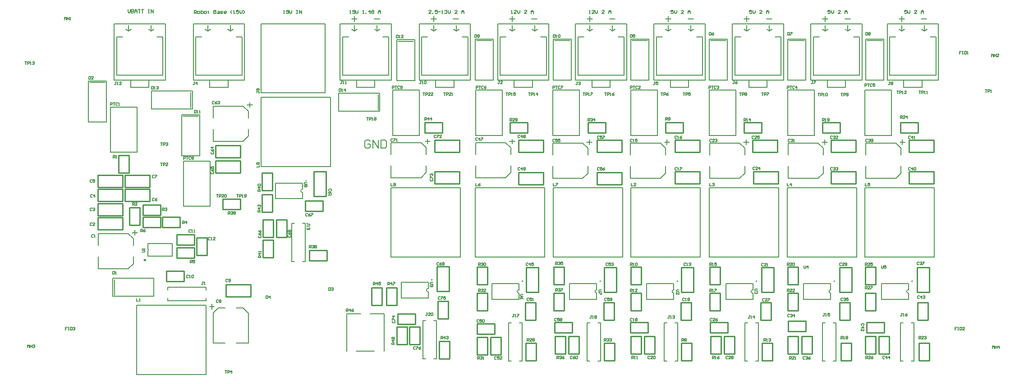
<source format=gto>
G04 Layer_Color=65535*
%FSLAX44Y44*%
%MOMM*%
G71*
G01*
G75*
%ADD37C,0.2540*%
%ADD48C,0.2000*%
%ADD49C,0.1270*%
%ADD50C,0.1016*%
D37*
X318770Y819150D02*
G03*
X318770Y819150I-1270J0D01*
G01*
X1317540Y779670D02*
G03*
X1317540Y779670I-500J0D01*
G01*
X1466130D02*
G03*
X1466130Y779670I-500J0D01*
G01*
X1612180D02*
G03*
X1612180Y779670I-500J0D01*
G01*
X1758230D02*
G03*
X1758230Y779670I-500J0D01*
G01*
X1026710D02*
G03*
X1026710Y779670I-500J0D01*
G01*
X1172760D02*
G03*
X1172760Y779670I-500J0D01*
G01*
X620310Y968900D02*
G03*
X620310Y968900I-500J0D01*
G01*
X856530Y782210D02*
G03*
X856530Y782210I-500J0D01*
G01*
X358013Y779018D02*
Y798322D01*
Y779018D02*
X391287D01*
Y798322D01*
X358013D02*
X391287D01*
X377063Y847598D02*
Y866902D01*
Y847598D02*
X410337D01*
Y866902D01*
X377063D02*
X410337D01*
X414528Y827913D02*
X433832D01*
Y861187D01*
X414528D02*
X433832D01*
X414528Y827913D02*
Y861187D01*
X1262507Y682498D02*
Y701802D01*
X1229233D02*
X1262507D01*
X1229233Y682498D02*
Y701802D01*
Y682498D02*
X1262507D01*
X1323848Y739267D02*
X1343152D01*
X1323848Y705993D02*
Y739267D01*
Y705993D02*
X1343152D01*
Y739267D01*
X1255268Y675767D02*
X1274572D01*
X1255268Y642493D02*
Y675767D01*
Y642493D02*
X1274572D01*
Y675767D01*
X1412367Y682498D02*
Y701802D01*
X1379093D02*
X1412367D01*
X1379093Y682498D02*
Y701802D01*
Y682498D02*
X1412367D01*
X1473708Y739267D02*
X1493012D01*
X1473708Y705993D02*
Y739267D01*
Y705993D02*
X1493012D01*
Y739267D01*
X1405128Y675767D02*
X1424432D01*
X1405128Y642493D02*
Y675767D01*
Y642493D02*
X1424432D01*
Y675767D01*
X1558417Y685038D02*
Y704342D01*
X1525143D02*
X1558417D01*
X1525143Y685038D02*
Y704342D01*
Y685038D02*
X1558417D01*
X1622298Y739267D02*
X1641602D01*
X1622298Y705993D02*
Y739267D01*
Y705993D02*
X1641602D01*
Y739267D01*
X1551178Y675767D02*
X1570482D01*
X1551178Y642493D02*
Y675767D01*
Y642493D02*
X1570482D01*
Y675767D01*
X1705737Y682498D02*
Y701802D01*
X1672463D02*
X1705737D01*
X1672463Y682498D02*
Y701802D01*
Y682498D02*
X1705737D01*
X1768348Y739267D02*
X1787652D01*
X1768348Y705993D02*
Y739267D01*
Y705993D02*
X1787652D01*
Y739267D01*
X1695958Y675767D02*
X1715262D01*
X1695958Y642493D02*
Y675767D01*
Y642493D02*
X1715262D01*
Y675767D01*
X974217Y679958D02*
Y699262D01*
X940943D02*
X974217D01*
X940943Y679958D02*
Y699262D01*
Y679958D02*
X974217D01*
X1031748Y739267D02*
X1051052D01*
X1031748Y705993D02*
Y739267D01*
Y705993D02*
X1051052D01*
Y739267D01*
X966978Y674497D02*
X986282D01*
X966978Y641223D02*
Y674497D01*
Y641223D02*
X986282D01*
Y674497D01*
X1120267Y682498D02*
Y701802D01*
X1086993D02*
X1120267D01*
X1086993Y682498D02*
Y701802D01*
Y682498D02*
X1120267D01*
X1179068Y739267D02*
X1198372D01*
X1179068Y705993D02*
Y739267D01*
Y705993D02*
X1198372D01*
Y739267D01*
X1113028Y675767D02*
X1132332D01*
X1113028Y642493D02*
Y675767D01*
Y642493D02*
X1132332D01*
Y675767D01*
X538988Y895477D02*
X558292D01*
X538988Y862203D02*
Y895477D01*
Y862203D02*
X558292D01*
Y895477D01*
X618363Y911098D02*
Y930402D01*
Y911098D02*
X651637D01*
Y930402D01*
X618363D02*
X651637D01*
X564388Y895477D02*
X583692D01*
X564388Y862203D02*
Y895477D01*
Y862203D02*
X583692D01*
Y895477D01*
X825627Y699008D02*
Y718312D01*
X792353D02*
X825627D01*
X792353Y699008D02*
Y718312D01*
Y699008D02*
X825627D01*
X867918Y741807D02*
X887222D01*
X867918Y708533D02*
Y741807D01*
Y708533D02*
X887222D01*
Y741807D01*
X814578Y693547D02*
X833882D01*
X814578Y660273D02*
Y693547D01*
Y660273D02*
X833882D01*
Y693547D01*
X229616Y876300D02*
X275844D01*
X229616D02*
Y899160D01*
X275844D01*
Y876300D02*
Y899160D01*
X229616Y902970D02*
X275844D01*
X229616D02*
Y925830D01*
X275844D01*
Y902970D02*
Y925830D01*
X229616Y929640D02*
X275844D01*
X229616D02*
Y952500D01*
X275844D01*
Y929640D02*
Y952500D01*
X229616Y956310D02*
X275844D01*
X229616D02*
Y979170D01*
X275844D01*
Y956310D02*
Y979170D01*
X280416Y952500D02*
X326644D01*
Y929640D02*
Y952500D01*
X280416Y929640D02*
X326644D01*
X280416D02*
Y952500D01*
Y979170D02*
X326644D01*
Y956310D02*
Y979170D01*
X280416Y956310D02*
X326644D01*
X280416D02*
Y979170D01*
X469646Y773430D02*
X515874D01*
Y750570D02*
Y773430D01*
X469646Y750570D02*
X515874D01*
X469646D02*
Y773430D01*
X1347470Y759206D02*
Y805434D01*
X1324610Y759206D02*
X1347470D01*
X1324610D02*
Y805434D01*
X1347470D01*
X1312926Y1045210D02*
X1359154D01*
Y1022350D02*
Y1045210D01*
X1312926Y1022350D02*
X1359154D01*
X1312926D02*
Y1045210D01*
Y985520D02*
X1359154D01*
Y962660D02*
Y985520D01*
X1312926Y962660D02*
X1359154D01*
X1312926D02*
Y985520D01*
X1498600Y759206D02*
Y805434D01*
X1475740Y759206D02*
X1498600D01*
X1475740D02*
Y805434D01*
X1498600D01*
X1460246Y985520D02*
X1506474D01*
Y962660D02*
Y985520D01*
X1460246Y962660D02*
X1506474D01*
X1460246D02*
Y985520D01*
X1458976Y1045210D02*
X1505204D01*
Y1022350D02*
Y1045210D01*
X1458976Y1022350D02*
X1505204D01*
X1458976D02*
Y1045210D01*
X1644650Y759206D02*
Y805434D01*
X1621790Y759206D02*
X1644650D01*
X1621790D02*
Y805434D01*
X1644650D01*
X1606296Y1045210D02*
X1652524D01*
Y1022350D02*
Y1045210D01*
X1606296Y1022350D02*
X1652524D01*
X1606296D02*
Y1045210D01*
Y985520D02*
X1652524D01*
Y962660D02*
Y985520D01*
X1606296Y962660D02*
X1652524D01*
X1606296D02*
Y985520D01*
X1790700Y759206D02*
Y805434D01*
X1767840Y759206D02*
X1790700D01*
X1767840D02*
Y805434D01*
X1790700D01*
X1752346Y985520D02*
X1798574D01*
Y962660D02*
Y985520D01*
X1752346Y962660D02*
X1798574D01*
X1752346D02*
Y985520D01*
Y1045210D02*
X1798574D01*
Y1022350D02*
Y1045210D01*
X1752346Y1022350D02*
X1798574D01*
X1752346D02*
Y1045210D01*
X1056640Y759206D02*
Y805434D01*
X1033780Y759206D02*
X1056640D01*
X1033780D02*
Y805434D01*
X1056640D01*
X1019556Y1045210D02*
X1065784D01*
Y1022350D02*
Y1045210D01*
X1019556Y1022350D02*
X1065784D01*
X1019556D02*
Y1045210D01*
Y984250D02*
X1065784D01*
Y961390D02*
Y984250D01*
X1019556Y961390D02*
X1065784D01*
X1019556D02*
Y984250D01*
X1202690Y759206D02*
Y805434D01*
X1179830Y759206D02*
X1202690D01*
X1179830D02*
Y805434D01*
X1202690D01*
X1166876Y984250D02*
X1213104D01*
Y961390D02*
Y984250D01*
X1166876Y961390D02*
X1213104D01*
X1166876D02*
Y984250D01*
Y1045210D02*
X1213104D01*
Y1022350D02*
Y1045210D01*
X1166876Y1022350D02*
X1213104D01*
X1166876D02*
Y1045210D01*
X657860Y939546D02*
Y985774D01*
X635000Y939546D02*
X657860D01*
X635000D02*
Y985774D01*
X657860D01*
X450596Y1012190D02*
X496824D01*
X450596D02*
Y1035050D01*
X496824D01*
Y1012190D02*
Y1035050D01*
X450596Y982980D02*
X496824D01*
X450596D02*
Y1005840D01*
X496824D01*
Y982980D02*
Y1005840D01*
X889000Y760476D02*
Y806704D01*
X866140Y760476D02*
X889000D01*
X866140D02*
Y806704D01*
X889000D01*
X862076Y1045210D02*
X908304D01*
Y1022350D02*
Y1045210D01*
X862076Y1022350D02*
X908304D01*
X862076D02*
Y1045210D01*
Y985520D02*
X908304D01*
Y962660D02*
Y985520D01*
X862076Y962660D02*
X908304D01*
X862076D02*
Y985520D01*
X268478Y982853D02*
Y1016127D01*
X287782D01*
Y982853D02*
Y1016127D01*
X268478Y982853D02*
X287782D01*
X288798Y885063D02*
Y918337D01*
X308102D01*
Y885063D02*
Y918337D01*
X288798Y885063D02*
X308102D01*
X313563Y922782D02*
X346837D01*
Y903478D02*
Y922782D01*
X313563Y903478D02*
X346837D01*
X313563D02*
Y922782D01*
X350393Y899922D02*
X383667D01*
Y880618D02*
Y899922D01*
X350393Y880618D02*
X383667D01*
X350393D02*
Y899922D01*
X377063Y842772D02*
X410337D01*
Y823468D02*
Y842772D01*
X377063Y823468D02*
X410337D01*
X377063D02*
Y842772D01*
X313563Y880618D02*
X346837D01*
X313563D02*
Y899922D01*
X346837D01*
Y880618D02*
Y899922D01*
X1325118Y629793D02*
Y663067D01*
X1344422D01*
Y629793D02*
Y663067D01*
X1325118Y629793D02*
X1344422D01*
X1295273Y1058418D02*
X1328547D01*
X1295273D02*
Y1077722D01*
X1328547D01*
Y1058418D02*
Y1077722D01*
X1249172Y773303D02*
Y806577D01*
X1229868Y773303D02*
X1249172D01*
X1229868D02*
Y806577D01*
X1249172D01*
Y642493D02*
Y675767D01*
X1229868Y642493D02*
X1249172D01*
X1229868D02*
Y675767D01*
X1249172D01*
Y723773D02*
Y757047D01*
X1229868Y723773D02*
X1249172D01*
X1229868D02*
Y757047D01*
X1249172D01*
X1476248Y629793D02*
Y663067D01*
X1495552D01*
Y629793D02*
Y663067D01*
X1476248Y629793D02*
X1495552D01*
X1442593Y1058418D02*
X1475867D01*
X1442593D02*
Y1077722D01*
X1475867D01*
Y1058418D02*
Y1077722D01*
X1397762Y773303D02*
Y806577D01*
X1378458Y773303D02*
X1397762D01*
X1378458D02*
Y806577D01*
X1397762D01*
X1399032Y642493D02*
Y675767D01*
X1379728Y642493D02*
X1399032D01*
X1379728D02*
Y675767D01*
X1399032D01*
X1397762Y723773D02*
Y757047D01*
X1378458Y723773D02*
X1397762D01*
X1378458D02*
Y757047D01*
X1397762D01*
X1624838Y629793D02*
Y663067D01*
X1644142D01*
Y629793D02*
Y663067D01*
X1624838Y629793D02*
X1644142D01*
X1589913Y1058418D02*
X1623187D01*
X1589913D02*
Y1077722D01*
X1623187D01*
Y1058418D02*
Y1077722D01*
X1543812Y773303D02*
Y806577D01*
X1524508Y773303D02*
X1543812D01*
X1524508D02*
Y806577D01*
X1543812D01*
Y642493D02*
Y675767D01*
X1524508Y642493D02*
X1543812D01*
X1524508D02*
Y675767D01*
X1543812D01*
Y723773D02*
Y757047D01*
X1524508Y723773D02*
X1543812D01*
X1524508D02*
Y757047D01*
X1543812D01*
X1770888Y629793D02*
Y663067D01*
X1790192D01*
Y629793D02*
Y663067D01*
X1770888Y629793D02*
X1790192D01*
X1735963Y1058418D02*
X1769237D01*
X1735963D02*
Y1077722D01*
X1769237D01*
Y1058418D02*
Y1077722D01*
X1689862Y773303D02*
Y806577D01*
X1670558Y773303D02*
X1689862D01*
X1670558D02*
Y806577D01*
X1689862D01*
Y642493D02*
Y675767D01*
X1670558Y642493D02*
X1689862D01*
X1670558D02*
Y675767D01*
X1689862D01*
Y723773D02*
Y757047D01*
X1670558Y723773D02*
X1689862D01*
X1670558D02*
Y757047D01*
X1689862D01*
X1052322Y629793D02*
Y663067D01*
X1033018Y629793D02*
X1052322D01*
X1033018D02*
Y663067D01*
X1052322D01*
X1003173Y1058418D02*
X1036447D01*
X1003173D02*
Y1077722D01*
X1036447D01*
Y1058418D02*
Y1077722D01*
X960882Y772922D02*
Y806196D01*
X941578Y772922D02*
X960882D01*
X941578D02*
Y806196D01*
X960882D01*
Y641223D02*
Y674497D01*
X941578Y641223D02*
X960882D01*
X941578D02*
Y674497D01*
X960882D01*
Y723773D02*
Y757047D01*
X941578Y723773D02*
X960882D01*
X941578D02*
Y757047D01*
X960882D01*
X1199642Y629793D02*
Y663067D01*
X1180338Y629793D02*
X1199642D01*
X1180338D02*
Y663067D01*
X1199642D01*
X1149223Y1058418D02*
X1182497D01*
X1149223D02*
Y1077722D01*
X1182497D01*
Y1058418D02*
Y1077722D01*
X1104392Y773303D02*
Y806577D01*
X1085088Y773303D02*
X1104392D01*
X1085088D02*
Y806577D01*
X1104392D01*
X1106932Y642493D02*
Y675767D01*
X1087628Y642493D02*
X1106932D01*
X1087628D02*
Y675767D01*
X1106932D01*
X1104392Y723773D02*
Y757047D01*
X1085088Y723773D02*
X1104392D01*
X1085088D02*
Y757047D01*
X1104392D01*
X625983Y837692D02*
X659257D01*
Y818388D02*
Y837692D01*
X625983Y818388D02*
X659257D01*
X625983D02*
Y837692D01*
X463423Y914908D02*
X496697D01*
X463423D02*
Y934212D01*
X496697D01*
Y914908D02*
Y934212D01*
X557022Y949833D02*
Y983107D01*
X537718Y949833D02*
X557022D01*
X537718D02*
Y983107D01*
X557022D01*
X558292Y824103D02*
Y857377D01*
X538988Y824103D02*
X558292D01*
X538988D02*
Y857377D01*
X558292D01*
X557022Y909193D02*
Y942467D01*
X537718Y909193D02*
X557022D01*
X537718D02*
Y942467D01*
X557022D01*
X870458Y633603D02*
Y666877D01*
X889762D01*
Y633603D02*
Y666877D01*
X870458Y633603D02*
X889762D01*
X843153Y1058418D02*
X876427D01*
X843153D02*
Y1077722D01*
X876427D01*
Y1058418D02*
Y1077722D01*
X762762Y733933D02*
Y767207D01*
X743458Y733933D02*
X762762D01*
X743458D02*
Y767207D01*
X762762D01*
X771398Y733933D02*
Y767207D01*
X790702D01*
Y733933D02*
Y767207D01*
X771398Y733933D02*
X790702D01*
X790448Y660273D02*
Y693547D01*
X809752D01*
Y660273D02*
Y693547D01*
X790448Y660273D02*
X809752D01*
D48*
X323140Y836635D02*
G03*
X323140Y839885I0J1625D01*
G01*
X1310640Y763345D02*
G03*
X1310640Y756995I0J-3175D01*
G01*
X1459230Y763345D02*
G03*
X1459230Y756995I0J-3175D01*
G01*
X1605280Y763345D02*
G03*
X1605280Y756995I0J-3175D01*
G01*
X1751330Y763345D02*
G03*
X1751330Y756995I0J-3175D01*
G01*
X1019810Y763345D02*
G03*
X1019810Y756995I0J-3175D01*
G01*
X1165860Y763345D02*
G03*
X1165860Y756995I0J-3175D01*
G01*
X613410Y952575D02*
G03*
X613410Y946225I0J-3175D01*
G01*
X849630Y765885D02*
G03*
X849630Y759535I0J-3175D01*
G01*
X595630Y1133650D02*
X655630D01*
X535630D02*
X595630D01*
X535630D02*
Y1263650D01*
X595630D01*
X655630Y1133650D02*
Y1263650D01*
X595630D02*
X655630D01*
X696520Y718460D02*
X722770D01*
X696520Y648060D02*
Y718460D01*
X714770Y648060D02*
X748270D01*
X740520Y718460D02*
X766520D01*
Y648060D02*
Y718460D01*
X323140Y826360D02*
X368640D01*
Y850160D01*
X323140D02*
X368640D01*
X323140Y839885D02*
Y850160D01*
Y826360D02*
Y836635D01*
X253130Y1021710D02*
X278130D01*
X253130D02*
Y1106810D01*
X303130D01*
Y1021710D02*
Y1106810D01*
X278130Y1021710D02*
X303130D01*
X1229760Y1053460D02*
X1254760D01*
X1229760D02*
Y1138560D01*
X1279760D01*
Y1053460D02*
Y1138560D01*
X1254760Y1053460D02*
X1279760D01*
X1377080D02*
X1402080D01*
X1377080D02*
Y1138560D01*
X1427080D01*
Y1053460D02*
Y1138560D01*
X1402080Y1053460D02*
X1427080D01*
X1524400D02*
X1549400D01*
X1524400D02*
Y1138560D01*
X1574400D01*
Y1053460D02*
Y1138560D01*
X1549400Y1053460D02*
X1574400D01*
X1669180D02*
X1694180D01*
X1669180D02*
Y1138560D01*
X1719180D01*
Y1053460D02*
Y1138560D01*
X1694180Y1053460D02*
X1719180D01*
X938930D02*
X963930D01*
X938930D02*
Y1138560D01*
X988930D01*
Y1053460D02*
Y1138560D01*
X963930Y1053460D02*
X988930D01*
X1083710D02*
X1108710D01*
X1083710D02*
Y1138560D01*
X1133710D01*
Y1053460D02*
Y1138560D01*
X1108710Y1053460D02*
X1133710D01*
X390290Y920110D02*
X415290D01*
X390290D02*
Y1005210D01*
X440290D01*
Y920110D02*
Y1005210D01*
X415290Y920110D02*
X440290D01*
X782720Y1053460D02*
X807720D01*
X782720D02*
Y1138560D01*
X832720D01*
Y1053460D02*
Y1138560D01*
X807720Y1053460D02*
X832720D01*
X257410Y751350D02*
Y768350D01*
Y751350D02*
X334410D01*
Y785350D01*
X257410D02*
X334410D01*
X257410Y768350D02*
Y785350D01*
X260350Y753850D02*
Y782850D01*
X211600Y1156100D02*
X228600D01*
X211600Y1079100D02*
Y1156100D01*
Y1079100D02*
X245600D01*
Y1156100D01*
X228600D02*
X245600D01*
X214100Y1153160D02*
X243100D01*
X1230140Y1234840D02*
X1247140D01*
X1230140Y1157840D02*
Y1234840D01*
Y1157840D02*
X1264140D01*
Y1234840D01*
X1247140D02*
X1264140D01*
X1232640Y1231900D02*
X1261640D01*
X1377460Y1234840D02*
X1394460D01*
X1377460Y1157840D02*
Y1234840D01*
Y1157840D02*
X1411460D01*
Y1234840D01*
X1394460D02*
X1411460D01*
X1379960Y1231900D02*
X1408960D01*
X1524780Y1234840D02*
X1541780D01*
X1524780Y1157840D02*
Y1234840D01*
Y1157840D02*
X1558780D01*
Y1234840D01*
X1541780D02*
X1558780D01*
X1527280Y1231900D02*
X1556280D01*
X1670830Y1234840D02*
X1687830D01*
X1670830Y1157840D02*
Y1234840D01*
Y1157840D02*
X1704830D01*
Y1234840D01*
X1687830D02*
X1704830D01*
X1673330Y1231900D02*
X1702330D01*
X938040Y1234840D02*
X955040D01*
X938040Y1157840D02*
Y1234840D01*
Y1157840D02*
X972040D01*
Y1234840D01*
X955040D02*
X972040D01*
X940540Y1231900D02*
X969540D01*
X1084090Y1234840D02*
X1101090D01*
X1084090Y1157840D02*
Y1234840D01*
Y1157840D02*
X1118090D01*
Y1234840D01*
X1101090D02*
X1118090D01*
X1086590Y1231900D02*
X1115590D01*
X386860Y1092600D02*
X403860D01*
X386860Y1015600D02*
Y1092600D01*
Y1015600D02*
X420860D01*
Y1092600D01*
X403860D02*
X420860D01*
X389360Y1089660D02*
X418360D01*
X790720Y1233570D02*
X807720D01*
X790720Y1156570D02*
Y1233570D01*
Y1156570D02*
X824720D01*
Y1233570D01*
X807720D02*
X824720D01*
X793220Y1230630D02*
X822220D01*
X406800Y1120140D02*
Y1137140D01*
X329800D02*
X406800D01*
X329800Y1103140D02*
Y1137140D01*
Y1103140D02*
X406800D01*
Y1120140D01*
X403860Y1105640D02*
Y1134640D01*
X758590Y1116330D02*
Y1133330D01*
X681590D02*
X758590D01*
X681590Y1099330D02*
Y1133330D01*
Y1099330D02*
X758590D01*
Y1116330D01*
X755650Y1101830D02*
Y1130830D01*
X432240Y763400D02*
Y768350D01*
X360240Y763400D02*
Y768350D01*
Y742950D02*
Y747900D01*
X432240Y742950D02*
Y747900D01*
X360240Y742950D02*
X432240D01*
X360240Y768350D02*
X432240D01*
X1313310Y629480D02*
X1318260D01*
X1313310Y701480D02*
X1318260D01*
X1292860D02*
X1297810D01*
X1292860Y629480D02*
X1297810D01*
X1292860D02*
Y701480D01*
X1318260Y629480D02*
Y701480D01*
X1464440Y629480D02*
X1469390D01*
X1464440Y701480D02*
X1469390D01*
X1443990D02*
X1448940D01*
X1443990Y629480D02*
X1448940D01*
X1443990D02*
Y701480D01*
X1469390Y629480D02*
Y701480D01*
X1610490Y629480D02*
X1615440D01*
X1610490Y701480D02*
X1615440D01*
X1590040D02*
X1594990D01*
X1590040Y629480D02*
X1594990D01*
X1590040D02*
Y701480D01*
X1615440Y629480D02*
Y701480D01*
X1756540Y629480D02*
X1761490D01*
X1756540Y701480D02*
X1761490D01*
X1736090D02*
X1741040D01*
X1736090Y629480D02*
X1741040D01*
X1736090D02*
Y701480D01*
X1761490Y629480D02*
Y701480D01*
X1021210Y629480D02*
X1026160D01*
X1021210Y701480D02*
X1026160D01*
X1000760D02*
X1005710D01*
X1000760Y629480D02*
X1005710D01*
X1000760D02*
Y701480D01*
X1026160Y629480D02*
Y701480D01*
X1168530Y629480D02*
X1173480D01*
X1168530Y701480D02*
X1173480D01*
X1148080D02*
X1153030D01*
X1148080Y629480D02*
X1153030D01*
X1148080D02*
Y701480D01*
X1173480Y629480D02*
Y701480D01*
X613540Y816170D02*
X618490D01*
X613540Y888170D02*
X618490D01*
X593090D02*
X598040D01*
X593090Y816170D02*
X598040D01*
X593090D02*
Y888170D01*
X618490Y816170D02*
Y888170D01*
X859920Y633290D02*
X864870D01*
X859920Y705290D02*
X864870D01*
X839470D02*
X844420D01*
X839470Y633290D02*
X844420D01*
X839470D02*
Y705290D01*
X864870Y633290D02*
Y705290D01*
X302030Y734290D02*
X432030D01*
X302030Y604290D02*
Y734290D01*
Y604290D02*
X432030D01*
Y734290D01*
X1360400Y825270D02*
Y955270D01*
X1230400D02*
X1360400D01*
X1230400Y825270D02*
Y955270D01*
Y825270D02*
X1360400D01*
X1507720D02*
Y955270D01*
X1377720D02*
X1507720D01*
X1377720Y825270D02*
Y955270D01*
Y825270D02*
X1507720D01*
X1653770D02*
Y955270D01*
X1523770D02*
X1653770D01*
X1523770Y825270D02*
Y955270D01*
Y825270D02*
X1653770D01*
X1799820D02*
Y955270D01*
X1669820D02*
X1799820D01*
X1669820Y825270D02*
Y955270D01*
Y825270D02*
X1799820D01*
X1068300D02*
Y955270D01*
X938300D02*
X1068300D01*
X938300Y825270D02*
Y955270D01*
Y825270D02*
X1068300D01*
X1214350D02*
Y955270D01*
X1084350D02*
X1214350D01*
X1084350Y825270D02*
Y955270D01*
Y825270D02*
X1214350D01*
X535710Y1125450D02*
X665710D01*
X535710Y995450D02*
Y1125450D01*
Y995450D02*
X665710D01*
Y1125450D01*
X909550Y825270D02*
Y955270D01*
X779550D02*
X909550D01*
X779550Y825270D02*
Y955270D01*
Y825270D02*
X909550D01*
X298640Y866410D02*
Y875410D01*
X293890Y870910D02*
X303390D01*
X295890Y812410D02*
Y825410D01*
X286140Y802660D02*
X295890Y812410D01*
X229890Y802660D02*
X286140D01*
X229890D02*
Y825410D01*
Y846660D02*
Y868660D01*
X295890Y846660D02*
Y859160D01*
X229890Y868660D02*
X286390D01*
X295890Y859160D01*
X439040Y731710D02*
X448040D01*
X443540Y726960D02*
Y736460D01*
X489040Y728960D02*
X502040D01*
X511790Y719210D01*
Y662960D02*
Y719210D01*
X489040Y662960D02*
X511790D01*
X445790D02*
X467790D01*
X455290Y728960D02*
X467790D01*
X445790Y662960D02*
Y719460D01*
X455290Y728960D01*
X1298130Y1036590D02*
Y1045590D01*
X1293380Y1041090D02*
X1302880D01*
X1295380Y982590D02*
Y995590D01*
X1285630Y972840D02*
X1295380Y982590D01*
X1229380Y972840D02*
X1285630D01*
X1229380D02*
Y995590D01*
Y1016840D02*
Y1038840D01*
X1295380Y1016840D02*
Y1029340D01*
X1229380Y1038840D02*
X1285880D01*
X1295380Y1029340D01*
X1446720Y1036590D02*
Y1045590D01*
X1441970Y1041090D02*
X1451470D01*
X1443970Y982590D02*
Y995590D01*
X1434220Y972840D02*
X1443970Y982590D01*
X1377970Y972840D02*
X1434220D01*
X1377970D02*
Y995590D01*
Y1016840D02*
Y1038840D01*
X1443970Y1016840D02*
Y1029340D01*
X1377970Y1038840D02*
X1434470D01*
X1443970Y1029340D01*
X1594040Y1036590D02*
Y1045590D01*
X1589290Y1041090D02*
X1598790D01*
X1591290Y982590D02*
Y995590D01*
X1581540Y972840D02*
X1591290Y982590D01*
X1525290Y972840D02*
X1581540D01*
X1525290D02*
Y995590D01*
Y1016840D02*
Y1038840D01*
X1591290Y1016840D02*
Y1029340D01*
X1525290Y1038840D02*
X1581790D01*
X1591290Y1029340D01*
X1740090Y1036590D02*
Y1045590D01*
X1735340Y1041090D02*
X1744840D01*
X1737340Y982590D02*
Y995590D01*
X1727590Y972840D02*
X1737340Y982590D01*
X1671340Y972840D02*
X1727590D01*
X1671340D02*
Y995590D01*
Y1016840D02*
Y1038840D01*
X1737340Y1016840D02*
Y1029340D01*
X1671340Y1038840D02*
X1727840D01*
X1737340Y1029340D01*
X1007300Y1037860D02*
Y1046860D01*
X1002550Y1042360D02*
X1012050D01*
X1004550Y983860D02*
Y996860D01*
X994800Y974110D02*
X1004550Y983860D01*
X938550Y974110D02*
X994800D01*
X938550D02*
Y996860D01*
Y1018110D02*
Y1040110D01*
X1004550Y1018110D02*
Y1030610D01*
X938550Y1040110D02*
X995050D01*
X1004550Y1030610D01*
X1152080Y1036590D02*
Y1045590D01*
X1147330Y1041090D02*
X1156830D01*
X1149330Y982590D02*
Y995590D01*
X1139580Y972840D02*
X1149330Y982590D01*
X1083330Y972840D02*
X1139580D01*
X1083330D02*
Y995590D01*
Y1016840D02*
Y1038840D01*
X1149330Y1016840D02*
Y1029340D01*
X1083330Y1038840D02*
X1139830D01*
X1149330Y1029340D01*
X514540Y1106440D02*
Y1115440D01*
X509790Y1110940D02*
X519290D01*
X511790Y1052440D02*
Y1065440D01*
X502040Y1042690D02*
X511790Y1052440D01*
X445790Y1042690D02*
X502040D01*
X445790D02*
Y1065440D01*
Y1086690D02*
Y1108690D01*
X511790Y1086690D02*
Y1099190D01*
X445790Y1108690D02*
X502290D01*
X511790Y1099190D01*
X848550Y1037860D02*
Y1046860D01*
X843800Y1042360D02*
X853300D01*
X845800Y983860D02*
Y996860D01*
X836050Y974110D02*
X845800Y983860D01*
X779800Y974110D02*
X836050D01*
X779800D02*
Y996860D01*
Y1018110D02*
Y1040110D01*
X845800Y1018110D02*
Y1030610D01*
X779800Y1040110D02*
X836300D01*
X845800Y1030610D01*
X1007110Y1249500D02*
Y1260750D01*
X1002110Y1253250D02*
X1007110Y1249500D01*
X1012110Y1253250D01*
X1049610Y1249750D02*
X1054610Y1253500D01*
X1044610D02*
X1049610Y1249750D01*
Y1261000D01*
X1153160Y1249500D02*
Y1260750D01*
X1148160Y1253250D02*
X1153160Y1249500D01*
X1158160Y1253250D01*
X1195660Y1249750D02*
X1200660Y1253500D01*
X1190660D02*
X1195660Y1249750D01*
Y1261000D01*
X435610Y1249500D02*
Y1260750D01*
X430610Y1253250D02*
X435610Y1249500D01*
X440610Y1253250D01*
X478110Y1249750D02*
X483110Y1253500D01*
X473110D02*
X478110Y1249750D01*
Y1261000D01*
X1300480Y1249500D02*
Y1260750D01*
X1295480Y1253250D02*
X1300480Y1249500D01*
X1305480Y1253250D01*
X1342980Y1249750D02*
X1347980Y1253500D01*
X1337980D02*
X1342980Y1249750D01*
Y1261000D01*
X1447800Y1249500D02*
Y1260750D01*
X1442800Y1253250D02*
X1447800Y1249500D01*
X1452800Y1253250D01*
X1490300Y1249750D02*
X1495300Y1253500D01*
X1485300D02*
X1490300Y1249750D01*
Y1261000D01*
X1595120Y1249500D02*
Y1260750D01*
X1590120Y1253250D02*
X1595120Y1249500D01*
X1600120Y1253250D01*
X1637620Y1249750D02*
X1642620Y1253500D01*
X1632620D02*
X1637620Y1249750D01*
Y1261000D01*
X1738630Y1249500D02*
Y1260750D01*
X1733630Y1253250D02*
X1738630Y1249500D01*
X1743630Y1253250D01*
X1781130Y1249750D02*
X1786130Y1253500D01*
X1776130D02*
X1781130Y1249750D01*
Y1261000D01*
X859790Y1249500D02*
Y1260750D01*
X854790Y1253250D02*
X859790Y1249500D01*
X864790Y1253250D01*
X902290Y1249750D02*
X907290Y1253500D01*
X897290D02*
X902290Y1249750D01*
Y1261000D01*
X711200Y1249500D02*
Y1260750D01*
X706200Y1253250D02*
X711200Y1249500D01*
X716200Y1253250D01*
X753700Y1249750D02*
X758700Y1253500D01*
X748700D02*
X753700Y1249750D01*
Y1261000D01*
X287020Y1249500D02*
Y1260750D01*
X282020Y1253250D02*
X287020Y1249500D01*
X292020Y1253250D01*
X329520Y1249750D02*
X334520Y1253500D01*
X324520D02*
X329520Y1249750D01*
Y1261000D01*
X1259840Y774820D02*
X1310640D01*
X1259840Y745520D02*
Y774820D01*
Y745520D02*
X1310640D01*
Y756995D01*
Y763345D02*
Y774820D01*
X1459230Y763345D02*
Y774820D01*
Y745520D02*
Y756995D01*
X1408430Y745520D02*
X1459230D01*
X1408430D02*
Y774820D01*
X1459230D01*
X1554480D02*
X1605280D01*
X1554480Y745520D02*
Y774820D01*
Y745520D02*
X1605280D01*
Y756995D01*
Y763345D02*
Y774820D01*
X1751330Y763345D02*
Y774820D01*
Y745520D02*
Y756995D01*
X1700530Y745520D02*
X1751330D01*
X1700530D02*
Y774820D01*
X1751330D01*
X969010D02*
X1019810D01*
X969010Y745520D02*
Y774820D01*
Y745520D02*
X1019810D01*
Y756995D01*
Y763345D02*
Y774820D01*
X1165860Y763345D02*
Y774820D01*
Y745520D02*
Y756995D01*
X1115060Y745520D02*
X1165860D01*
X1115060D02*
Y774820D01*
X1165860D01*
X562610Y964050D02*
X613410D01*
X562610Y934750D02*
Y964050D01*
Y934750D02*
X613410D01*
Y946225D01*
Y952575D02*
Y964050D01*
X849630Y765885D02*
Y777360D01*
Y748060D02*
Y759535D01*
X798830Y748060D02*
X849630D01*
X798830D02*
Y777360D01*
X849630D01*
D49*
X1071610Y1166750D02*
Y1238750D01*
X984560Y1166750D02*
Y1238750D01*
X980110Y1157750D02*
Y1263250D01*
X1076110Y1157750D02*
Y1263250D01*
X980110Y1157750D02*
X1076110D01*
X980110Y1263250D02*
X1076110D01*
X1011110Y1143750D02*
X1045110D01*
X1010920D02*
X1011110D01*
X1010920D02*
X1011110D01*
X1010920D02*
Y1157750D01*
X1045110Y1143750D02*
X1045210D01*
Y1157750D01*
X984560Y1166750D02*
X1071610D01*
X1060450Y1238750D02*
X1071610D01*
X984560D02*
X995680D01*
X1217660Y1166750D02*
Y1238750D01*
X1130610Y1166750D02*
Y1238750D01*
X1126160Y1157750D02*
Y1263250D01*
X1222160Y1157750D02*
Y1263250D01*
X1126160Y1157750D02*
X1222160D01*
X1126160Y1263250D02*
X1222160D01*
X1157160Y1143750D02*
X1191160D01*
X1156970D02*
X1157160D01*
X1156970D02*
X1157160D01*
X1156970D02*
Y1157750D01*
X1191160Y1143750D02*
X1191260D01*
Y1157750D01*
X1130610Y1166750D02*
X1217660D01*
X1206500Y1238750D02*
X1217660D01*
X1130610D02*
X1141730D01*
X500110Y1166750D02*
Y1238750D01*
X413060Y1166750D02*
Y1238750D01*
X408610Y1157750D02*
Y1263250D01*
X504610Y1157750D02*
Y1263250D01*
X408610Y1157750D02*
X504610D01*
X408610Y1263250D02*
X504610D01*
X439610Y1143750D02*
X473610D01*
X439420D02*
X439610D01*
X439420D02*
X439610D01*
X439420D02*
Y1157750D01*
X473610Y1143750D02*
X473710D01*
Y1157750D01*
X413060Y1166750D02*
X500110D01*
X488950Y1238750D02*
X500110D01*
X413060D02*
X424180D01*
X1364980Y1166750D02*
Y1238750D01*
X1277930Y1166750D02*
Y1238750D01*
X1273480Y1157750D02*
Y1263250D01*
X1369480Y1157750D02*
Y1263250D01*
X1273480Y1157750D02*
X1369480D01*
X1273480Y1263250D02*
X1369480D01*
X1304480Y1143750D02*
X1338480D01*
X1304290D02*
X1304480D01*
X1304290D02*
X1304480D01*
X1304290D02*
Y1157750D01*
X1338480Y1143750D02*
X1338580D01*
Y1157750D01*
X1277930Y1166750D02*
X1364980D01*
X1353820Y1238750D02*
X1364980D01*
X1277930D02*
X1289050D01*
X1512300Y1166750D02*
Y1238750D01*
X1425250Y1166750D02*
Y1238750D01*
X1420800Y1157750D02*
Y1263250D01*
X1516800Y1157750D02*
Y1263250D01*
X1420800Y1157750D02*
X1516800D01*
X1420800Y1263250D02*
X1516800D01*
X1451800Y1143750D02*
X1485800D01*
X1451610D02*
X1451800D01*
X1451610D02*
X1451800D01*
X1451610D02*
Y1157750D01*
X1485800Y1143750D02*
X1485900D01*
Y1157750D01*
X1425250Y1166750D02*
X1512300D01*
X1501140Y1238750D02*
X1512300D01*
X1425250D02*
X1436370D01*
X1659620Y1166750D02*
Y1238750D01*
X1572570Y1166750D02*
Y1238750D01*
X1568120Y1157750D02*
Y1263250D01*
X1664120Y1157750D02*
Y1263250D01*
X1568120Y1157750D02*
X1664120D01*
X1568120Y1263250D02*
X1664120D01*
X1599120Y1143750D02*
X1633120D01*
X1598930D02*
X1599120D01*
X1598930D02*
X1599120D01*
X1598930D02*
Y1157750D01*
X1633120Y1143750D02*
X1633220D01*
Y1157750D01*
X1572570Y1166750D02*
X1659620D01*
X1648460Y1238750D02*
X1659620D01*
X1572570D02*
X1583690D01*
X1803130Y1166750D02*
Y1238750D01*
X1716080Y1166750D02*
Y1238750D01*
X1711630Y1157750D02*
Y1263250D01*
X1807630Y1157750D02*
Y1263250D01*
X1711630Y1157750D02*
X1807630D01*
X1711630Y1263250D02*
X1807630D01*
X1742630Y1143750D02*
X1776630D01*
X1742440D02*
X1742630D01*
X1742440D02*
X1742630D01*
X1742440D02*
Y1157750D01*
X1776630Y1143750D02*
X1776730D01*
Y1157750D01*
X1716080Y1166750D02*
X1803130D01*
X1791970Y1238750D02*
X1803130D01*
X1716080D02*
X1727200D01*
X924290Y1166750D02*
Y1238750D01*
X837240Y1166750D02*
Y1238750D01*
X832790Y1157750D02*
Y1263250D01*
X928790Y1157750D02*
Y1263250D01*
X832790Y1157750D02*
X928790D01*
X832790Y1263250D02*
X928790D01*
X863790Y1143750D02*
X897790D01*
X863600D02*
X863790D01*
X863600D02*
X863790D01*
X863600D02*
Y1157750D01*
X897790Y1143750D02*
X897890D01*
Y1157750D01*
X837240Y1166750D02*
X924290D01*
X913130Y1238750D02*
X924290D01*
X837240D02*
X848360D01*
X775700Y1166750D02*
Y1238750D01*
X688650Y1166750D02*
Y1238750D01*
X684200Y1157750D02*
Y1263250D01*
X780200Y1157750D02*
Y1263250D01*
X684200Y1157750D02*
X780200D01*
X684200Y1263250D02*
X780200D01*
X715200Y1143750D02*
X749200D01*
X715010D02*
X715200D01*
X715010D02*
X715200D01*
X715010D02*
Y1157750D01*
X749200Y1143750D02*
X749300D01*
Y1157750D01*
X688650Y1166750D02*
X775700D01*
X764540Y1238750D02*
X775700D01*
X688650D02*
X699770D01*
X351520Y1166750D02*
Y1238750D01*
X264470Y1166750D02*
Y1238750D01*
X260020Y1157750D02*
Y1263250D01*
X356020Y1157750D02*
Y1263250D01*
X260020Y1157750D02*
X356020D01*
X260020Y1263250D02*
X356020D01*
X291020Y1143750D02*
X325020D01*
X290830D02*
X291020D01*
X290830D02*
X291020D01*
X290830D02*
Y1157750D01*
X325020Y1143750D02*
X325120D01*
Y1157750D01*
X264470Y1166750D02*
X351520D01*
X340360Y1238750D02*
X351520D01*
X264470D02*
X275590D01*
X740407Y1042666D02*
X737868Y1045205D01*
X732789D01*
X730250Y1042666D01*
Y1032509D01*
X732789Y1029970D01*
X737868D01*
X740407Y1032509D01*
Y1037588D01*
X735328D01*
X745485Y1029970D02*
Y1045205D01*
X755642Y1029970D01*
Y1045205D01*
X760720D02*
Y1029970D01*
X768338D01*
X770877Y1032509D01*
Y1042666D01*
X768338Y1045205D01*
X760720D01*
X681990Y1141728D02*
Y1136650D01*
X684529D01*
X685376Y1137496D01*
Y1140882D01*
X684529Y1141728D01*
X681990D01*
X687068Y1136650D02*
X688761D01*
X687915D01*
Y1141728D01*
X687068Y1140882D01*
X693839Y1136650D02*
Y1141728D01*
X691300Y1139189D01*
X694686D01*
X330200Y1145538D02*
Y1140460D01*
X332739D01*
X333586Y1141306D01*
Y1144692D01*
X332739Y1145538D01*
X330200D01*
X335278Y1140460D02*
X336971D01*
X336125D01*
Y1145538D01*
X335278Y1144692D01*
X339510D02*
X340357Y1145538D01*
X342049D01*
X342896Y1144692D01*
Y1143846D01*
X342049Y1142999D01*
X341203D01*
X342049D01*
X342896Y1142153D01*
Y1141306D01*
X342049Y1140460D01*
X340357D01*
X339510Y1141306D01*
X858518Y777240D02*
X854286D01*
X853440Y776394D01*
Y774701D01*
X854286Y773854D01*
X858518D01*
X854286Y772162D02*
X853440Y771315D01*
Y769622D01*
X854286Y768776D01*
X857672D01*
X858518Y769622D01*
Y771315D01*
X857672Y772162D01*
X856826D01*
X855979Y771315D01*
Y768776D01*
X622298Y965200D02*
X618066D01*
X617220Y964354D01*
Y962661D01*
X618066Y961814D01*
X622298D01*
X621452Y960122D02*
X622298Y959275D01*
Y957582D01*
X621452Y956736D01*
X620606D01*
X619759Y957582D01*
X618913Y956736D01*
X618066D01*
X617220Y957582D01*
Y959275D01*
X618066Y960122D01*
X618913D01*
X619759Y959275D01*
X620606Y960122D01*
X621452D01*
X619759Y959275D02*
Y957582D01*
X1174748Y763270D02*
X1170516D01*
X1169670Y762424D01*
Y760731D01*
X1170516Y759884D01*
X1174748D01*
Y758192D02*
Y754806D01*
X1173902D01*
X1170516Y758192D01*
X1169670D01*
X1027428Y754380D02*
X1023196D01*
X1022350Y753534D01*
Y751841D01*
X1023196Y750994D01*
X1027428D01*
Y745916D02*
X1026582Y747609D01*
X1024889Y749302D01*
X1023196D01*
X1022350Y748455D01*
Y746762D01*
X1023196Y745916D01*
X1024043D01*
X1024889Y746762D01*
Y749302D01*
X1700784Y808734D02*
Y804502D01*
X1701630Y803656D01*
X1703323D01*
X1704170Y804502D01*
Y808734D01*
X1709248D02*
X1705862D01*
Y806195D01*
X1707555Y807042D01*
X1708401D01*
X1709248Y806195D01*
Y804502D01*
X1708401Y803656D01*
X1706709D01*
X1705862Y804502D01*
X1554734Y808734D02*
Y804502D01*
X1555580Y803656D01*
X1557273D01*
X1558120Y804502D01*
Y808734D01*
X1562352Y803656D02*
Y808734D01*
X1559812Y806195D01*
X1563198D01*
X1468118Y764540D02*
X1463886D01*
X1463040Y763694D01*
Y762001D01*
X1463886Y761154D01*
X1468118D01*
X1467272Y759462D02*
X1468118Y758615D01*
Y756923D01*
X1467272Y756076D01*
X1466426D01*
X1465579Y756923D01*
Y757769D01*
Y756923D01*
X1464733Y756076D01*
X1463886D01*
X1463040Y756923D01*
Y758615D01*
X1463886Y759462D01*
X1320798Y763270D02*
X1316566D01*
X1315720Y762424D01*
Y760731D01*
X1316566Y759884D01*
X1320798D01*
X1315720Y754806D02*
Y758192D01*
X1319106Y754806D01*
X1319952D01*
X1320798Y755652D01*
Y757345D01*
X1319952Y758192D01*
X312422Y834390D02*
X316654D01*
X317500Y835236D01*
Y836929D01*
X316654Y837776D01*
X312422D01*
X317500Y839468D02*
Y841161D01*
Y840315D01*
X312422D01*
X313268Y839468D01*
X839470Y1134108D02*
X842856D01*
X841163D01*
Y1129030D01*
X844548D02*
Y1134108D01*
X847087D01*
X847934Y1133262D01*
Y1131569D01*
X847087Y1130723D01*
X844548D01*
X853012Y1129030D02*
X849627D01*
X853012Y1132416D01*
Y1133262D01*
X852166Y1134108D01*
X850473D01*
X849627Y1133262D01*
X858091Y1129030D02*
X854705D01*
X858091Y1132416D01*
Y1133262D01*
X857244Y1134108D01*
X855552D01*
X854705Y1133262D01*
X878840Y1134108D02*
X882226D01*
X880533D01*
Y1129030D01*
X883918D02*
Y1134108D01*
X886458D01*
X887304Y1133262D01*
Y1131569D01*
X886458Y1130723D01*
X883918D01*
X892382Y1129030D02*
X888997D01*
X892382Y1132416D01*
Y1133262D01*
X891536Y1134108D01*
X889843D01*
X888997Y1133262D01*
X894075Y1129030D02*
X895768D01*
X894921D01*
Y1134108D01*
X894075Y1133262D01*
X452120Y942338D02*
X455506D01*
X453813D01*
Y937260D01*
X457198D02*
Y942338D01*
X459738D01*
X460584Y941492D01*
Y939799D01*
X459738Y938953D01*
X457198D01*
X465662Y937260D02*
X462277D01*
X465662Y940646D01*
Y941492D01*
X464816Y942338D01*
X463123D01*
X462277Y941492D01*
X467355D02*
X468201Y942338D01*
X469894D01*
X470741Y941492D01*
Y938106D01*
X469894Y937260D01*
X468201D01*
X467355Y938106D01*
Y941492D01*
X490220Y942338D02*
X493606D01*
X491913D01*
Y937260D01*
X495298D02*
Y942338D01*
X497837D01*
X498684Y941492D01*
Y939799D01*
X497837Y938953D01*
X495298D01*
X500377Y937260D02*
X502070D01*
X501223D01*
Y942338D01*
X500377Y941492D01*
X504609Y938106D02*
X505455Y937260D01*
X507148D01*
X507994Y938106D01*
Y941492D01*
X507148Y942338D01*
X505455D01*
X504609Y941492D01*
Y940646D01*
X505455Y939799D01*
X507994D01*
X734060Y1087118D02*
X737446D01*
X735753D01*
Y1082040D01*
X739138D02*
Y1087118D01*
X741677D01*
X742524Y1086272D01*
Y1084579D01*
X741677Y1083733D01*
X739138D01*
X744217Y1082040D02*
X745910D01*
X745063D01*
Y1087118D01*
X744217Y1086272D01*
X748449D02*
X749295Y1087118D01*
X750988D01*
X751834Y1086272D01*
Y1085426D01*
X750988Y1084579D01*
X751834Y1083733D01*
Y1082886D01*
X750988Y1082040D01*
X749295D01*
X748449Y1082886D01*
Y1083733D01*
X749295Y1084579D01*
X748449Y1085426D01*
Y1086272D01*
X749295Y1084579D02*
X750988D01*
X1140460Y1134108D02*
X1143846D01*
X1142153D01*
Y1129030D01*
X1145538D02*
Y1134108D01*
X1148077D01*
X1148924Y1133262D01*
Y1131569D01*
X1148077Y1130723D01*
X1145538D01*
X1150617Y1129030D02*
X1152309D01*
X1151463D01*
Y1134108D01*
X1150617Y1133262D01*
X1154849Y1134108D02*
X1158234D01*
Y1133262D01*
X1154849Y1129876D01*
Y1129030D01*
X1181100Y1134108D02*
X1184486D01*
X1182793D01*
Y1129030D01*
X1186178D02*
Y1134108D01*
X1188717D01*
X1189564Y1133262D01*
Y1131569D01*
X1188717Y1130723D01*
X1186178D01*
X1191257Y1129030D02*
X1192950D01*
X1192103D01*
Y1134108D01*
X1191257Y1133262D01*
X1198874Y1134108D02*
X1197181Y1133262D01*
X1195489Y1131569D01*
Y1129876D01*
X1196335Y1129030D01*
X1198028D01*
X1198874Y1129876D01*
Y1130723D01*
X1198028Y1131569D01*
X1195489D01*
X995680Y1134108D02*
X999066D01*
X997373D01*
Y1129030D01*
X1000758D02*
Y1134108D01*
X1003298D01*
X1004144Y1133262D01*
Y1131569D01*
X1003298Y1130723D01*
X1000758D01*
X1005837Y1129030D02*
X1007530D01*
X1006683D01*
Y1134108D01*
X1005837Y1133262D01*
X1013454Y1134108D02*
X1010069D01*
Y1131569D01*
X1011761Y1132416D01*
X1012608D01*
X1013454Y1131569D01*
Y1129876D01*
X1012608Y1129030D01*
X1010915D01*
X1010069Y1129876D01*
X1037590Y1134108D02*
X1040976D01*
X1039283D01*
Y1129030D01*
X1042668D02*
Y1134108D01*
X1045208D01*
X1046054Y1133262D01*
Y1131569D01*
X1045208Y1130723D01*
X1042668D01*
X1047747Y1129030D02*
X1049439D01*
X1048593D01*
Y1134108D01*
X1047747Y1133262D01*
X1054518Y1129030D02*
Y1134108D01*
X1051979Y1131569D01*
X1055364D01*
X91948Y1192020D02*
X95334D01*
X93641D01*
Y1186942D01*
X97026D02*
Y1192020D01*
X99565D01*
X100412Y1191174D01*
Y1189481D01*
X99565Y1188635D01*
X97026D01*
X102105Y1186942D02*
X103798D01*
X102951D01*
Y1192020D01*
X102105Y1191174D01*
X106337D02*
X107183Y1192020D01*
X108876D01*
X109722Y1191174D01*
Y1190328D01*
X108876Y1189481D01*
X108029D01*
X108876D01*
X109722Y1188635D01*
Y1187788D01*
X108876Y1186942D01*
X107183D01*
X106337Y1187788D01*
X1729359Y1137029D02*
X1732745D01*
X1731052D01*
Y1131951D01*
X1734437D02*
Y1137029D01*
X1736976D01*
X1737823Y1136183D01*
Y1134490D01*
X1736976Y1133644D01*
X1734437D01*
X1739516Y1131951D02*
X1741208D01*
X1740362D01*
Y1137029D01*
X1739516Y1136183D01*
X1747133Y1131951D02*
X1743748D01*
X1747133Y1135337D01*
Y1136183D01*
X1746287Y1137029D01*
X1744594D01*
X1743748Y1136183D01*
X1770888Y1137410D02*
X1774274D01*
X1772581D01*
Y1132332D01*
X1775966D02*
Y1137410D01*
X1778506D01*
X1779352Y1136564D01*
Y1134871D01*
X1778506Y1134025D01*
X1775966D01*
X1781045Y1132332D02*
X1782737D01*
X1781891D01*
Y1137410D01*
X1781045Y1136564D01*
X1785277Y1132332D02*
X1786969D01*
X1786123D01*
Y1137410D01*
X1785277Y1136564D01*
X1581150Y1132838D02*
X1584536D01*
X1582843D01*
Y1127760D01*
X1586228D02*
Y1132838D01*
X1588768D01*
X1589614Y1131992D01*
Y1130299D01*
X1588768Y1129453D01*
X1586228D01*
X1591307Y1127760D02*
X1593000D01*
X1592153D01*
Y1132838D01*
X1591307Y1131992D01*
X1595539D02*
X1596385Y1132838D01*
X1598078D01*
X1598924Y1131992D01*
Y1128606D01*
X1598078Y1127760D01*
X1596385D01*
X1595539Y1128606D01*
Y1131992D01*
X1624330Y1132838D02*
X1627716D01*
X1626023D01*
Y1127760D01*
X1629408D02*
Y1132838D01*
X1631947D01*
X1632794Y1131992D01*
Y1130299D01*
X1631947Y1129453D01*
X1629408D01*
X1634487Y1128606D02*
X1635333Y1127760D01*
X1637026D01*
X1637872Y1128606D01*
Y1131992D01*
X1637026Y1132838D01*
X1635333D01*
X1634487Y1131992D01*
Y1131146D01*
X1635333Y1130299D01*
X1637872D01*
X1433830Y1134108D02*
X1437216D01*
X1435523D01*
Y1129030D01*
X1438908D02*
Y1134108D01*
X1441447D01*
X1442294Y1133262D01*
Y1131569D01*
X1441447Y1130723D01*
X1438908D01*
X1443987Y1133262D02*
X1444833Y1134108D01*
X1446526D01*
X1447372Y1133262D01*
Y1132416D01*
X1446526Y1131569D01*
X1447372Y1130723D01*
Y1129876D01*
X1446526Y1129030D01*
X1444833D01*
X1443987Y1129876D01*
Y1130723D01*
X1444833Y1131569D01*
X1443987Y1132416D01*
Y1133262D01*
X1444833Y1131569D02*
X1446526D01*
X1475740Y1134108D02*
X1479126D01*
X1477433D01*
Y1129030D01*
X1480818D02*
Y1134108D01*
X1483358D01*
X1484204Y1133262D01*
Y1131569D01*
X1483358Y1130723D01*
X1480818D01*
X1485897Y1134108D02*
X1489282D01*
Y1133262D01*
X1485897Y1129876D01*
Y1129030D01*
X1286510Y1134108D02*
X1289896D01*
X1288203D01*
Y1129030D01*
X1291588D02*
Y1134108D01*
X1294128D01*
X1294974Y1133262D01*
Y1131569D01*
X1294128Y1130723D01*
X1291588D01*
X1300052Y1134108D02*
X1298360Y1133262D01*
X1296667Y1131569D01*
Y1129876D01*
X1297513Y1129030D01*
X1299206D01*
X1300052Y1129876D01*
Y1130723D01*
X1299206Y1131569D01*
X1296667D01*
X1328420Y1134108D02*
X1331806D01*
X1330113D01*
Y1129030D01*
X1333498D02*
Y1134108D01*
X1336037D01*
X1336884Y1133262D01*
Y1131569D01*
X1336037Y1130723D01*
X1333498D01*
X1341962Y1134108D02*
X1338577D01*
Y1131569D01*
X1340269Y1132416D01*
X1341116D01*
X1341962Y1131569D01*
Y1129876D01*
X1341116Y1129030D01*
X1339423D01*
X1338577Y1129876D01*
X467868Y611630D02*
X471254D01*
X469561D01*
Y606552D01*
X472946D02*
Y611630D01*
X475485D01*
X476332Y610784D01*
Y609091D01*
X475485Y608245D01*
X472946D01*
X480564Y606552D02*
Y611630D01*
X478025Y609091D01*
X481410D01*
X346710Y1040128D02*
X350096D01*
X348403D01*
Y1035050D01*
X351788D02*
Y1040128D01*
X354328D01*
X355174Y1039282D01*
Y1037589D01*
X354328Y1036743D01*
X351788D01*
X356867Y1039282D02*
X357713Y1040128D01*
X359406D01*
X360252Y1039282D01*
Y1038436D01*
X359406Y1037589D01*
X358559D01*
X359406D01*
X360252Y1036743D01*
Y1035896D01*
X359406Y1035050D01*
X357713D01*
X356867Y1035896D01*
X346710Y1002028D02*
X350096D01*
X348403D01*
Y996950D01*
X351788D02*
Y1002028D01*
X354328D01*
X355174Y1001182D01*
Y999489D01*
X354328Y998643D01*
X351788D01*
X360252Y996950D02*
X356867D01*
X360252Y1000336D01*
Y1001182D01*
X359406Y1002028D01*
X357713D01*
X356867Y1001182D01*
X1895348Y1139950D02*
X1898734D01*
X1897041D01*
Y1134872D01*
X1900426D02*
Y1139950D01*
X1902966D01*
X1903812Y1139104D01*
Y1137411D01*
X1902966Y1136565D01*
X1900426D01*
X1905505Y1134872D02*
X1907198D01*
X1906351D01*
Y1139950D01*
X1905505Y1139104D01*
X786130Y660400D02*
X781052D01*
Y662939D01*
X781898Y663786D01*
X783591D01*
X784437Y662939D01*
Y660400D01*
Y662093D02*
X786130Y663786D01*
Y668018D02*
X781052D01*
X783591Y665478D01*
Y668864D01*
X781898Y670557D02*
X781052Y671403D01*
Y673096D01*
X781898Y673942D01*
X782744D01*
X783591Y673096D01*
X784437Y673942D01*
X785284D01*
X786130Y673096D01*
Y671403D01*
X785284Y670557D01*
X784437D01*
X783591Y671403D01*
X782744Y670557D01*
X781898D01*
X783591Y671403D02*
Y673096D01*
X773430Y772160D02*
Y777238D01*
X775969D01*
X776816Y776392D01*
Y774699D01*
X775969Y773853D01*
X773430D01*
X775123D02*
X776816Y772160D01*
X781048D02*
Y777238D01*
X778508Y774699D01*
X781894D01*
X783587Y777238D02*
X786972D01*
Y776392D01*
X783587Y773006D01*
Y772160D01*
X695960Y722630D02*
Y727708D01*
X698499D01*
X699346Y726862D01*
Y725169D01*
X698499Y724323D01*
X695960D01*
X697653D02*
X699346Y722630D01*
X703577D02*
Y727708D01*
X701038Y725169D01*
X704424D01*
X709502Y727708D02*
X707810Y726862D01*
X706117Y725169D01*
Y723476D01*
X706963Y722630D01*
X708656D01*
X709502Y723476D01*
Y724323D01*
X708656Y725169D01*
X706117D01*
X746760Y772160D02*
Y777238D01*
X749299D01*
X750146Y776392D01*
Y774699D01*
X749299Y773853D01*
X746760D01*
X748453D02*
X750146Y772160D01*
X754378D02*
Y777238D01*
X751838Y774699D01*
X755224D01*
X760302Y777238D02*
X756917D01*
Y774699D01*
X758609Y775546D01*
X759456D01*
X760302Y774699D01*
Y773006D01*
X759456Y772160D01*
X757763D01*
X756917Y773006D01*
X843280Y1082040D02*
Y1087118D01*
X845819D01*
X846666Y1086272D01*
Y1084579D01*
X845819Y1083733D01*
X843280D01*
X844973D02*
X846666Y1082040D01*
X850898D02*
Y1087118D01*
X848358Y1084579D01*
X851744D01*
X855976Y1082040D02*
Y1087118D01*
X853437Y1084579D01*
X856822D01*
X873760Y670560D02*
Y675638D01*
X876299D01*
X877146Y674792D01*
Y673099D01*
X876299Y672253D01*
X873760D01*
X875453D02*
X877146Y670560D01*
X881377D02*
Y675638D01*
X878838Y673099D01*
X882224D01*
X883917Y674792D02*
X884763Y675638D01*
X886456D01*
X887302Y674792D01*
Y673946D01*
X886456Y673099D01*
X885610D01*
X886456D01*
X887302Y672253D01*
Y671406D01*
X886456Y670560D01*
X884763D01*
X883917Y671406D01*
X534670Y909320D02*
X529592D01*
Y911859D01*
X530438Y912706D01*
X532131D01*
X532977Y911859D01*
Y909320D01*
Y911013D02*
X534670Y912706D01*
Y916937D02*
X529592D01*
X532131Y914398D01*
Y917784D01*
X534670Y922862D02*
Y919477D01*
X531284Y922862D01*
X530438D01*
X529592Y922016D01*
Y920323D01*
X530438Y919477D01*
X535940Y824230D02*
X530862D01*
Y826769D01*
X531708Y827616D01*
X533401D01*
X534247Y826769D01*
Y824230D01*
Y825923D02*
X535940Y827616D01*
Y831848D02*
X530862D01*
X533401Y829308D01*
Y832694D01*
X535940Y834387D02*
Y836079D01*
Y835233D01*
X530862D01*
X531708Y834387D01*
X534670Y948690D02*
X529592D01*
Y951229D01*
X530438Y952076D01*
X532131D01*
X532977Y951229D01*
Y948690D01*
Y950383D02*
X534670Y952076D01*
Y956308D02*
X529592D01*
X532131Y953768D01*
Y957154D01*
X530438Y958847D02*
X529592Y959693D01*
Y961386D01*
X530438Y962232D01*
X533824D01*
X534670Y961386D01*
Y959693D01*
X533824Y958847D01*
X530438D01*
X473710Y905510D02*
Y910588D01*
X476249D01*
X477096Y909742D01*
Y908049D01*
X476249Y907203D01*
X473710D01*
X475403D02*
X477096Y905510D01*
X478788Y909742D02*
X479635Y910588D01*
X481328D01*
X482174Y909742D01*
Y908896D01*
X481328Y908049D01*
X480481D01*
X481328D01*
X482174Y907203D01*
Y906356D01*
X481328Y905510D01*
X479635D01*
X478788Y906356D01*
X483867D02*
X484713Y905510D01*
X486406D01*
X487252Y906356D01*
Y909742D01*
X486406Y910588D01*
X484713D01*
X483867Y909742D01*
Y908896D01*
X484713Y908049D01*
X487252D01*
X626110Y842010D02*
Y847088D01*
X628649D01*
X629496Y846242D01*
Y844549D01*
X628649Y843703D01*
X626110D01*
X627803D02*
X629496Y842010D01*
X631188Y846242D02*
X632035Y847088D01*
X633727D01*
X634574Y846242D01*
Y845396D01*
X633727Y844549D01*
X632881D01*
X633727D01*
X634574Y843703D01*
Y842856D01*
X633727Y842010D01*
X632035D01*
X631188Y842856D01*
X636267Y846242D02*
X637113Y847088D01*
X638806D01*
X639652Y846242D01*
Y845396D01*
X638806Y844549D01*
X639652Y843703D01*
Y842856D01*
X638806Y842010D01*
X637113D01*
X636267Y842856D01*
Y843703D01*
X637113Y844549D01*
X636267Y845396D01*
Y846242D01*
X637113Y844549D02*
X638806D01*
X1088390Y760730D02*
Y765808D01*
X1090929D01*
X1091776Y764962D01*
Y763269D01*
X1090929Y762423D01*
X1088390D01*
X1090083D02*
X1091776Y760730D01*
X1093468Y764962D02*
X1094315Y765808D01*
X1096008D01*
X1096854Y764962D01*
Y764116D01*
X1096008Y763269D01*
X1095161D01*
X1096008D01*
X1096854Y762423D01*
Y761576D01*
X1096008Y760730D01*
X1094315D01*
X1093468Y761576D01*
X1098547Y765808D02*
X1101932D01*
Y764962D01*
X1098547Y761576D01*
Y760730D01*
X1090930Y633730D02*
Y638808D01*
X1093469D01*
X1094316Y637962D01*
Y636269D01*
X1093469Y635423D01*
X1090930D01*
X1092623D02*
X1094316Y633730D01*
X1096008Y637962D02*
X1096855Y638808D01*
X1098548D01*
X1099394Y637962D01*
Y637116D01*
X1098548Y636269D01*
X1097701D01*
X1098548D01*
X1099394Y635423D01*
Y634576D01*
X1098548Y633730D01*
X1096855D01*
X1096008Y634576D01*
X1104472Y638808D02*
X1102779Y637962D01*
X1101087Y636269D01*
Y634576D01*
X1101933Y633730D01*
X1103626D01*
X1104472Y634576D01*
Y635423D01*
X1103626Y636269D01*
X1101087D01*
X1088390Y810260D02*
Y815338D01*
X1090929D01*
X1091776Y814492D01*
Y812799D01*
X1090929Y811953D01*
X1088390D01*
X1090083D02*
X1091776Y810260D01*
X1093468Y814492D02*
X1094315Y815338D01*
X1096008D01*
X1096854Y814492D01*
Y813646D01*
X1096008Y812799D01*
X1095161D01*
X1096008D01*
X1096854Y811953D01*
Y811106D01*
X1096008Y810260D01*
X1094315D01*
X1093468Y811106D01*
X1101932Y815338D02*
X1098547D01*
Y812799D01*
X1100239Y813646D01*
X1101086D01*
X1101932Y812799D01*
Y811106D01*
X1101086Y810260D01*
X1099393D01*
X1098547Y811106D01*
X1149350Y1080770D02*
Y1085848D01*
X1151889D01*
X1152736Y1085002D01*
Y1083309D01*
X1151889Y1082463D01*
X1149350D01*
X1151043D02*
X1152736Y1080770D01*
X1154428Y1085002D02*
X1155275Y1085848D01*
X1156967D01*
X1157814Y1085002D01*
Y1084156D01*
X1156967Y1083309D01*
X1156121D01*
X1156967D01*
X1157814Y1082463D01*
Y1081616D01*
X1156967Y1080770D01*
X1155275D01*
X1154428Y1081616D01*
X1162046Y1080770D02*
Y1085848D01*
X1159507Y1083309D01*
X1162892D01*
X1179830Y666750D02*
Y671828D01*
X1182369D01*
X1183216Y670982D01*
Y669289D01*
X1182369Y668443D01*
X1179830D01*
X1181523D02*
X1183216Y666750D01*
X1184908Y670982D02*
X1185755Y671828D01*
X1187448D01*
X1188294Y670982D01*
Y670136D01*
X1187448Y669289D01*
X1186601D01*
X1187448D01*
X1188294Y668443D01*
Y667596D01*
X1187448Y666750D01*
X1185755D01*
X1184908Y667596D01*
X1189987Y670982D02*
X1190833Y671828D01*
X1192526D01*
X1193372Y670982D01*
Y670136D01*
X1192526Y669289D01*
X1191680D01*
X1192526D01*
X1193372Y668443D01*
Y667596D01*
X1192526Y666750D01*
X1190833D01*
X1189987Y667596D01*
X943610Y759460D02*
Y764538D01*
X946149D01*
X946996Y763692D01*
Y761999D01*
X946149Y761153D01*
X943610D01*
X945303D02*
X946996Y759460D01*
X948688Y763692D02*
X949535Y764538D01*
X951227D01*
X952074Y763692D01*
Y762846D01*
X951227Y761999D01*
X950381D01*
X951227D01*
X952074Y761153D01*
Y760306D01*
X951227Y759460D01*
X949535D01*
X948688Y760306D01*
X957152Y759460D02*
X953767D01*
X957152Y762846D01*
Y763692D01*
X956306Y764538D01*
X954613D01*
X953767Y763692D01*
X942340Y632460D02*
Y637538D01*
X944879D01*
X945726Y636692D01*
Y634999D01*
X944879Y634153D01*
X942340D01*
X944033D02*
X945726Y632460D01*
X947418Y636692D02*
X948265Y637538D01*
X949958D01*
X950804Y636692D01*
Y635846D01*
X949958Y634999D01*
X949111D01*
X949958D01*
X950804Y634153D01*
Y633306D01*
X949958Y632460D01*
X948265D01*
X947418Y633306D01*
X952497Y632460D02*
X954190D01*
X953343D01*
Y637538D01*
X952497Y636692D01*
X943610Y808990D02*
Y814068D01*
X946149D01*
X946996Y813222D01*
Y811529D01*
X946149Y810683D01*
X943610D01*
X945303D02*
X946996Y808990D01*
X948688Y813222D02*
X949535Y814068D01*
X951227D01*
X952074Y813222D01*
Y812376D01*
X951227Y811529D01*
X950381D01*
X951227D01*
X952074Y810683D01*
Y809836D01*
X951227Y808990D01*
X949535D01*
X948688Y809836D01*
X953767Y813222D02*
X954613Y814068D01*
X956306D01*
X957152Y813222D01*
Y809836D01*
X956306Y808990D01*
X954613D01*
X953767Y809836D01*
Y813222D01*
X1003300Y1080770D02*
Y1085848D01*
X1005839D01*
X1006686Y1085002D01*
Y1083309D01*
X1005839Y1082463D01*
X1003300D01*
X1004993D02*
X1006686Y1080770D01*
X1011764D02*
X1008378D01*
X1011764Y1084156D01*
Y1085002D01*
X1010918Y1085848D01*
X1009225D01*
X1008378Y1085002D01*
X1013457Y1081616D02*
X1014303Y1080770D01*
X1015996D01*
X1016842Y1081616D01*
Y1085002D01*
X1015996Y1085848D01*
X1014303D01*
X1013457Y1085002D01*
Y1084156D01*
X1014303Y1083309D01*
X1016842D01*
X1035050Y666750D02*
Y671828D01*
X1037589D01*
X1038436Y670982D01*
Y669289D01*
X1037589Y668443D01*
X1035050D01*
X1036743D02*
X1038436Y666750D01*
X1043514D02*
X1040128D01*
X1043514Y670136D01*
Y670982D01*
X1042667Y671828D01*
X1040975D01*
X1040128Y670982D01*
X1045207D02*
X1046053Y671828D01*
X1047746D01*
X1048592Y670982D01*
Y670136D01*
X1047746Y669289D01*
X1048592Y668443D01*
Y667596D01*
X1047746Y666750D01*
X1046053D01*
X1045207Y667596D01*
Y668443D01*
X1046053Y669289D01*
X1045207Y670136D01*
Y670982D01*
X1046053Y669289D02*
X1047746D01*
X1670558Y764794D02*
Y769872D01*
X1673097D01*
X1673944Y769026D01*
Y767333D01*
X1673097Y766487D01*
X1670558D01*
X1672251D02*
X1673944Y764794D01*
X1679022D02*
X1675636D01*
X1679022Y768180D01*
Y769026D01*
X1678176Y769872D01*
X1676483D01*
X1675636Y769026D01*
X1680715Y769872D02*
X1684100D01*
Y769026D01*
X1680715Y765640D01*
Y764794D01*
X1671320Y633730D02*
Y638808D01*
X1673859D01*
X1674706Y637962D01*
Y636269D01*
X1673859Y635423D01*
X1671320D01*
X1673013D02*
X1674706Y633730D01*
X1679784D02*
X1676398D01*
X1679784Y637116D01*
Y637962D01*
X1678938Y638808D01*
X1677245D01*
X1676398Y637962D01*
X1684862Y638808D02*
X1683170Y637962D01*
X1681477Y636269D01*
Y634576D01*
X1682323Y633730D01*
X1684016D01*
X1684862Y634576D01*
Y635423D01*
X1684016Y636269D01*
X1681477D01*
X1670050Y808990D02*
Y814068D01*
X1672589D01*
X1673436Y813222D01*
Y811529D01*
X1672589Y810683D01*
X1670050D01*
X1671743D02*
X1673436Y808990D01*
X1678514D02*
X1675128D01*
X1678514Y812376D01*
Y813222D01*
X1677668Y814068D01*
X1675975D01*
X1675128Y813222D01*
X1683592Y814068D02*
X1680207D01*
Y811529D01*
X1681900Y812376D01*
X1682746D01*
X1683592Y811529D01*
Y809836D01*
X1682746Y808990D01*
X1681053D01*
X1680207Y809836D01*
X1736090Y1085342D02*
Y1090420D01*
X1738629D01*
X1739476Y1089574D01*
Y1087881D01*
X1738629Y1087035D01*
X1736090D01*
X1737783D02*
X1739476Y1085342D01*
X1744554D02*
X1741168D01*
X1744554Y1088728D01*
Y1089574D01*
X1743707Y1090420D01*
X1742015D01*
X1741168Y1089574D01*
X1748786Y1085342D02*
Y1090420D01*
X1746247Y1087881D01*
X1749632D01*
X1770888Y670814D02*
Y675892D01*
X1773427D01*
X1774274Y675046D01*
Y673353D01*
X1773427Y672507D01*
X1770888D01*
X1772581D02*
X1774274Y670814D01*
X1779352D02*
X1775966D01*
X1779352Y674200D01*
Y675046D01*
X1778506Y675892D01*
X1776813D01*
X1775966Y675046D01*
X1781045D02*
X1781891Y675892D01*
X1783584D01*
X1784430Y675046D01*
Y674200D01*
X1783584Y673353D01*
X1782737D01*
X1783584D01*
X1784430Y672507D01*
Y671660D01*
X1783584Y670814D01*
X1781891D01*
X1781045Y671660D01*
X1524000Y759460D02*
Y764538D01*
X1526539D01*
X1527386Y763692D01*
Y761999D01*
X1526539Y761153D01*
X1524000D01*
X1525693D02*
X1527386Y759460D01*
X1532464D02*
X1529078D01*
X1532464Y762846D01*
Y763692D01*
X1531617Y764538D01*
X1529925D01*
X1529078Y763692D01*
X1537542Y759460D02*
X1534157D01*
X1537542Y762846D01*
Y763692D01*
X1536696Y764538D01*
X1535003D01*
X1534157Y763692D01*
X1527810Y632460D02*
Y637538D01*
X1530349D01*
X1531196Y636692D01*
Y634999D01*
X1530349Y634153D01*
X1527810D01*
X1529503D02*
X1531196Y632460D01*
X1536274D02*
X1532888D01*
X1536274Y635846D01*
Y636692D01*
X1535428Y637538D01*
X1533735D01*
X1532888Y636692D01*
X1537967Y632460D02*
X1539659D01*
X1538813D01*
Y637538D01*
X1537967Y636692D01*
X1524000Y808990D02*
Y814068D01*
X1526539D01*
X1527386Y813222D01*
Y811529D01*
X1526539Y810683D01*
X1524000D01*
X1525693D02*
X1527386Y808990D01*
X1532464D02*
X1529078D01*
X1532464Y812376D01*
Y813222D01*
X1531617Y814068D01*
X1529925D01*
X1529078Y813222D01*
X1534157D02*
X1535003Y814068D01*
X1536696D01*
X1537542Y813222D01*
Y809836D01*
X1536696Y808990D01*
X1535003D01*
X1534157Y809836D01*
Y813222D01*
X1590040Y1080770D02*
Y1085848D01*
X1592579D01*
X1593426Y1085002D01*
Y1083309D01*
X1592579Y1082463D01*
X1590040D01*
X1591733D02*
X1593426Y1080770D01*
X1595118D02*
X1596811D01*
X1595965D01*
Y1085848D01*
X1595118Y1085002D01*
X1599350Y1081616D02*
X1600197Y1080770D01*
X1601889D01*
X1602736Y1081616D01*
Y1085002D01*
X1601889Y1085848D01*
X1600197D01*
X1599350Y1085002D01*
Y1084156D01*
X1600197Y1083309D01*
X1602736D01*
X1624838Y670560D02*
Y675638D01*
X1627377D01*
X1628224Y674792D01*
Y673099D01*
X1627377Y672253D01*
X1624838D01*
X1626531D02*
X1628224Y670560D01*
X1629916D02*
X1631609D01*
X1630763D01*
Y675638D01*
X1629916Y674792D01*
X1634148D02*
X1634995Y675638D01*
X1636687D01*
X1637534Y674792D01*
Y673946D01*
X1636687Y673099D01*
X1637534Y672253D01*
Y671406D01*
X1636687Y670560D01*
X1634995D01*
X1634148Y671406D01*
Y672253D01*
X1634995Y673099D01*
X1634148Y673946D01*
Y674792D01*
X1634995Y673099D02*
X1636687D01*
X1377950Y759460D02*
Y764538D01*
X1380489D01*
X1381336Y763692D01*
Y761999D01*
X1380489Y761153D01*
X1377950D01*
X1379643D02*
X1381336Y759460D01*
X1383028D02*
X1384721D01*
X1383875D01*
Y764538D01*
X1383028Y763692D01*
X1387260Y764538D02*
X1390646D01*
Y763692D01*
X1387260Y760306D01*
Y759460D01*
X1383030Y633730D02*
Y638808D01*
X1385569D01*
X1386416Y637962D01*
Y636269D01*
X1385569Y635423D01*
X1383030D01*
X1384723D02*
X1386416Y633730D01*
X1388108D02*
X1389801D01*
X1388955D01*
Y638808D01*
X1388108Y637962D01*
X1395726Y638808D02*
X1394033Y637962D01*
X1392340Y636269D01*
Y634576D01*
X1393187Y633730D01*
X1394879D01*
X1395726Y634576D01*
Y635423D01*
X1394879Y636269D01*
X1392340D01*
X1377950Y808990D02*
Y814068D01*
X1380489D01*
X1381336Y813222D01*
Y811529D01*
X1380489Y810683D01*
X1377950D01*
X1379643D02*
X1381336Y808990D01*
X1383028D02*
X1384721D01*
X1383875D01*
Y814068D01*
X1383028Y813222D01*
X1390646Y814068D02*
X1387260D01*
Y811529D01*
X1388953Y812376D01*
X1389799D01*
X1390646Y811529D01*
Y809836D01*
X1389799Y808990D01*
X1388107D01*
X1387260Y809836D01*
X1442720Y1080770D02*
Y1085848D01*
X1445259D01*
X1446106Y1085002D01*
Y1083309D01*
X1445259Y1082463D01*
X1442720D01*
X1444413D02*
X1446106Y1080770D01*
X1447798D02*
X1449491D01*
X1448645D01*
Y1085848D01*
X1447798Y1085002D01*
X1454570Y1080770D02*
Y1085848D01*
X1452030Y1083309D01*
X1455416D01*
X1479550Y666750D02*
Y671828D01*
X1482089D01*
X1482936Y670982D01*
Y669289D01*
X1482089Y668443D01*
X1479550D01*
X1481243D02*
X1482936Y666750D01*
X1484628D02*
X1486321D01*
X1485475D01*
Y671828D01*
X1484628Y670982D01*
X1488860D02*
X1489707Y671828D01*
X1491400D01*
X1492246Y670982D01*
Y670136D01*
X1491400Y669289D01*
X1490553D01*
X1491400D01*
X1492246Y668443D01*
Y667596D01*
X1491400Y666750D01*
X1489707D01*
X1488860Y667596D01*
X1229360Y759460D02*
Y764538D01*
X1231899D01*
X1232746Y763692D01*
Y761999D01*
X1231899Y761153D01*
X1229360D01*
X1231053D02*
X1232746Y759460D01*
X1234438D02*
X1236131D01*
X1235285D01*
Y764538D01*
X1234438Y763692D01*
X1242056Y759460D02*
X1238670D01*
X1242056Y762846D01*
Y763692D01*
X1241209Y764538D01*
X1239517D01*
X1238670Y763692D01*
X1231900Y633730D02*
Y638808D01*
X1234439D01*
X1235286Y637962D01*
Y636269D01*
X1234439Y635423D01*
X1231900D01*
X1233593D02*
X1235286Y633730D01*
X1236978D02*
X1238671D01*
X1237825D01*
Y638808D01*
X1236978Y637962D01*
X1241210Y633730D02*
X1242903D01*
X1242057D01*
Y638808D01*
X1241210Y637962D01*
X1229360Y808990D02*
Y814068D01*
X1231899D01*
X1232746Y813222D01*
Y811529D01*
X1231899Y810683D01*
X1229360D01*
X1231053D02*
X1232746Y808990D01*
X1234438D02*
X1236131D01*
X1235285D01*
Y814068D01*
X1234438Y813222D01*
X1238670D02*
X1239517Y814068D01*
X1241209D01*
X1242056Y813222D01*
Y809836D01*
X1241209Y808990D01*
X1239517D01*
X1238670Y809836D01*
Y813222D01*
X1295400Y1082040D02*
Y1087118D01*
X1297939D01*
X1298786Y1086272D01*
Y1084579D01*
X1297939Y1083733D01*
X1295400D01*
X1297093D02*
X1298786Y1082040D01*
X1300478Y1082886D02*
X1301325Y1082040D01*
X1303017D01*
X1303864Y1082886D01*
Y1086272D01*
X1303017Y1087118D01*
X1301325D01*
X1300478Y1086272D01*
Y1085426D01*
X1301325Y1084579D01*
X1303864D01*
X1325880Y666750D02*
Y671828D01*
X1328419D01*
X1329266Y670982D01*
Y669289D01*
X1328419Y668443D01*
X1325880D01*
X1327573D02*
X1329266Y666750D01*
X1330958Y670982D02*
X1331805Y671828D01*
X1333497D01*
X1334344Y670982D01*
Y670136D01*
X1333497Y669289D01*
X1334344Y668443D01*
Y667596D01*
X1333497Y666750D01*
X1331805D01*
X1330958Y667596D01*
Y668443D01*
X1331805Y669289D01*
X1330958Y670136D01*
Y670982D01*
X1331805Y669289D02*
X1333497D01*
X309880Y872490D02*
Y877568D01*
X312419D01*
X313266Y876722D01*
Y875029D01*
X312419Y874183D01*
X309880D01*
X311573D02*
X313266Y872490D01*
X318344Y877568D02*
X316651Y876722D01*
X314958Y875029D01*
Y873336D01*
X315805Y872490D01*
X317498D01*
X318344Y873336D01*
Y874183D01*
X317498Y875029D01*
X314958D01*
X402590Y814070D02*
Y819148D01*
X405129D01*
X405976Y818302D01*
Y816609D01*
X405129Y815763D01*
X402590D01*
X404283D02*
X405976Y814070D01*
X411054Y819148D02*
X407668D01*
Y816609D01*
X409361Y817456D01*
X410207D01*
X411054Y816609D01*
Y814916D01*
X410207Y814070D01*
X408515D01*
X407668Y814916D01*
X388620Y887730D02*
Y892808D01*
X391159D01*
X392006Y891962D01*
Y890269D01*
X391159Y889423D01*
X388620D01*
X390313D02*
X392006Y887730D01*
X396237D02*
Y892808D01*
X393698Y890269D01*
X397084D01*
X350520Y911860D02*
Y916938D01*
X353059D01*
X353906Y916092D01*
Y914399D01*
X353059Y913553D01*
X350520D01*
X352213D02*
X353906Y911860D01*
X355598Y916092D02*
X356445Y916938D01*
X358138D01*
X358984Y916092D01*
Y915246D01*
X358138Y914399D01*
X357291D01*
X358138D01*
X358984Y913553D01*
Y912706D01*
X358138Y911860D01*
X356445D01*
X355598Y912706D01*
X294640Y922020D02*
Y927098D01*
X297179D01*
X298026Y926252D01*
Y924559D01*
X297179Y923713D01*
X294640D01*
X296333D02*
X298026Y922020D01*
X303104D02*
X299718D01*
X303104Y925406D01*
Y926252D01*
X302257Y927098D01*
X300565D01*
X299718Y926252D01*
X257810Y1010920D02*
Y1015998D01*
X260349D01*
X261196Y1015152D01*
Y1013459D01*
X260349Y1012613D01*
X257810D01*
X259503D02*
X261196Y1010920D01*
X262888D02*
X264581D01*
X263735D01*
Y1015998D01*
X262888Y1015152D01*
X782320Y1141730D02*
Y1146808D01*
X784859D01*
X785706Y1145962D01*
Y1144269D01*
X784859Y1143423D01*
X782320D01*
X787398Y1146808D02*
X790784D01*
X789091D01*
Y1141730D01*
X795862Y1145962D02*
X795016Y1146808D01*
X793323D01*
X792477Y1145962D01*
Y1142576D01*
X793323Y1141730D01*
X795016D01*
X795862Y1142576D01*
X797555D02*
X798401Y1141730D01*
X800094D01*
X800941Y1142576D01*
Y1145962D01*
X800094Y1146808D01*
X798401D01*
X797555Y1145962D01*
Y1145116D01*
X798401Y1144269D01*
X800941D01*
X389890Y1008380D02*
Y1013458D01*
X392429D01*
X393276Y1012612D01*
Y1010919D01*
X392429Y1010073D01*
X389890D01*
X394968Y1013458D02*
X398354D01*
X396661D01*
Y1008380D01*
X403432Y1012612D02*
X402586Y1013458D01*
X400893D01*
X400047Y1012612D01*
Y1009226D01*
X400893Y1008380D01*
X402586D01*
X403432Y1009226D01*
X405125Y1012612D02*
X405971Y1013458D01*
X407664D01*
X408511Y1012612D01*
Y1011766D01*
X407664Y1010919D01*
X408511Y1010073D01*
Y1009226D01*
X407664Y1008380D01*
X405971D01*
X405125Y1009226D01*
Y1010073D01*
X405971Y1010919D01*
X405125Y1011766D01*
Y1012612D01*
X405971Y1010919D02*
X407664D01*
X1083310Y1141730D02*
Y1146808D01*
X1085849D01*
X1086696Y1145962D01*
Y1144269D01*
X1085849Y1143423D01*
X1083310D01*
X1088388Y1146808D02*
X1091774D01*
X1090081D01*
Y1141730D01*
X1096852Y1145962D02*
X1096006Y1146808D01*
X1094313D01*
X1093467Y1145962D01*
Y1142576D01*
X1094313Y1141730D01*
X1096006D01*
X1096852Y1142576D01*
X1098545Y1146808D02*
X1101931D01*
Y1145962D01*
X1098545Y1142576D01*
Y1141730D01*
X939800D02*
Y1146808D01*
X942339D01*
X943186Y1145962D01*
Y1144269D01*
X942339Y1143423D01*
X939800D01*
X944878Y1146808D02*
X948264D01*
X946571D01*
Y1141730D01*
X953342Y1145962D02*
X952496Y1146808D01*
X950803D01*
X949957Y1145962D01*
Y1142576D01*
X950803Y1141730D01*
X952496D01*
X953342Y1142576D01*
X958421Y1146808D02*
X956728Y1145962D01*
X955035Y1144269D01*
Y1142576D01*
X955882Y1141730D01*
X957574D01*
X958421Y1142576D01*
Y1143423D01*
X957574Y1144269D01*
X955035D01*
X1669542Y1145794D02*
Y1150872D01*
X1672081D01*
X1672928Y1150026D01*
Y1148333D01*
X1672081Y1147487D01*
X1669542D01*
X1674620Y1150872D02*
X1678006D01*
X1676313D01*
Y1145794D01*
X1683084Y1150026D02*
X1682238Y1150872D01*
X1680545D01*
X1679699Y1150026D01*
Y1146640D01*
X1680545Y1145794D01*
X1682238D01*
X1683084Y1146640D01*
X1688163Y1150872D02*
X1684777D01*
Y1148333D01*
X1686470Y1149180D01*
X1687316D01*
X1688163Y1148333D01*
Y1146640D01*
X1687316Y1145794D01*
X1685623D01*
X1684777Y1146640D01*
X1524000Y1141730D02*
Y1146808D01*
X1526539D01*
X1527386Y1145962D01*
Y1144269D01*
X1526539Y1143423D01*
X1524000D01*
X1529078Y1146808D02*
X1532464D01*
X1530771D01*
Y1141730D01*
X1537542Y1145962D02*
X1536696Y1146808D01*
X1535003D01*
X1534157Y1145962D01*
Y1142576D01*
X1535003Y1141730D01*
X1536696D01*
X1537542Y1142576D01*
X1541774Y1141730D02*
Y1146808D01*
X1539235Y1144269D01*
X1542621D01*
X1376680Y1141730D02*
Y1146808D01*
X1379219D01*
X1380066Y1145962D01*
Y1144269D01*
X1379219Y1143423D01*
X1376680D01*
X1381758Y1146808D02*
X1385144D01*
X1383451D01*
Y1141730D01*
X1390222Y1145962D02*
X1389376Y1146808D01*
X1387683D01*
X1386837Y1145962D01*
Y1142576D01*
X1387683Y1141730D01*
X1389376D01*
X1390222Y1142576D01*
X1391915Y1145962D02*
X1392762Y1146808D01*
X1394454D01*
X1395301Y1145962D01*
Y1145116D01*
X1394454Y1144269D01*
X1393608D01*
X1394454D01*
X1395301Y1143423D01*
Y1142576D01*
X1394454Y1141730D01*
X1392762D01*
X1391915Y1142576D01*
X1229360Y1141730D02*
Y1146808D01*
X1231899D01*
X1232746Y1145962D01*
Y1144269D01*
X1231899Y1143423D01*
X1229360D01*
X1234438Y1146808D02*
X1237824D01*
X1236131D01*
Y1141730D01*
X1242902Y1145962D02*
X1242056Y1146808D01*
X1240363D01*
X1239517Y1145962D01*
Y1142576D01*
X1240363Y1141730D01*
X1242056D01*
X1242902Y1142576D01*
X1247981Y1141730D02*
X1244595D01*
X1247981Y1145116D01*
Y1145962D01*
X1247134Y1146808D01*
X1245442D01*
X1244595Y1145962D01*
X252730Y1109980D02*
Y1115058D01*
X255269D01*
X256116Y1114212D01*
Y1112519D01*
X255269Y1111673D01*
X252730D01*
X257808Y1115058D02*
X261194D01*
X259501D01*
Y1109980D01*
X266272Y1114212D02*
X265426Y1115058D01*
X263733D01*
X262887Y1114212D01*
Y1110826D01*
X263733Y1109980D01*
X265426D01*
X266272Y1110826D01*
X267965Y1109980D02*
X269658D01*
X268811D01*
Y1115058D01*
X267965Y1114212D01*
X1908810Y652780D02*
Y657858D01*
X1910503Y656166D01*
X1912196Y657858D01*
Y652780D01*
X1913888Y657858D02*
Y652780D01*
Y655319D01*
X1917274D01*
Y657858D01*
Y652780D01*
X1921506D02*
Y657858D01*
X1918967Y655319D01*
X1922352D01*
X97282Y654558D02*
Y659636D01*
X98975Y657944D01*
X100668Y659636D01*
Y654558D01*
X102360Y659636D02*
Y654558D01*
Y657097D01*
X105746D01*
Y659636D01*
Y654558D01*
X107439Y658790D02*
X108285Y659636D01*
X109978D01*
X110824Y658790D01*
Y657944D01*
X109978Y657097D01*
X109131D01*
X109978D01*
X110824Y656251D01*
Y655404D01*
X109978Y654558D01*
X108285D01*
X107439Y655404D01*
X1907540Y1201420D02*
Y1206498D01*
X1909233Y1204806D01*
X1910926Y1206498D01*
Y1201420D01*
X1912618Y1206498D02*
Y1201420D01*
Y1203959D01*
X1916004D01*
Y1206498D01*
Y1201420D01*
X1921082D02*
X1917697D01*
X1921082Y1204806D01*
Y1205652D01*
X1920236Y1206498D01*
X1918543D01*
X1917697Y1205652D01*
X166370Y1271270D02*
Y1276348D01*
X168063Y1274656D01*
X169756Y1276348D01*
Y1271270D01*
X171448Y1276348D02*
Y1271270D01*
Y1273809D01*
X174834D01*
Y1276348D01*
Y1271270D01*
X176527D02*
X178220D01*
X177373D01*
Y1276348D01*
X176527Y1275502D01*
X779780Y963928D02*
Y958850D01*
X783166D01*
X784858Y959696D02*
X785705Y958850D01*
X787398D01*
X788244Y959696D01*
Y963082D01*
X787398Y963928D01*
X785705D01*
X784858Y963082D01*
Y962236D01*
X785705Y961389D01*
X788244D01*
X527052Y994410D02*
X532130D01*
Y997796D01*
X527898Y999488D02*
X527052Y1000335D01*
Y1002028D01*
X527898Y1002874D01*
X528744D01*
X529591Y1002028D01*
X530437Y1002874D01*
X531284D01*
X532130Y1002028D01*
Y1000335D01*
X531284Y999488D01*
X530437D01*
X529591Y1000335D01*
X528744Y999488D01*
X527898D01*
X529591Y1000335D02*
Y1002028D01*
X1084580Y963928D02*
Y958850D01*
X1087966D01*
X1089658Y963928D02*
X1093044D01*
Y963082D01*
X1089658Y959696D01*
Y958850D01*
X938530Y963928D02*
Y958850D01*
X941916D01*
X946994Y963928D02*
X945301Y963082D01*
X943608Y961389D01*
Y959696D01*
X944455Y958850D01*
X946148D01*
X946994Y959696D01*
Y960543D01*
X946148Y961389D01*
X943608D01*
X1670050Y963928D02*
Y958850D01*
X1673436D01*
X1678514Y963928D02*
X1675128D01*
Y961389D01*
X1676821Y962236D01*
X1677668D01*
X1678514Y961389D01*
Y959696D01*
X1677668Y958850D01*
X1675975D01*
X1675128Y959696D01*
X1524000Y963928D02*
Y958850D01*
X1527386D01*
X1531617D02*
Y963928D01*
X1529078Y961389D01*
X1532464D01*
X1377950Y963928D02*
Y958850D01*
X1381336D01*
X1383028Y963082D02*
X1383875Y963928D01*
X1385567D01*
X1386414Y963082D01*
Y962236D01*
X1385567Y961389D01*
X1384721D01*
X1385567D01*
X1386414Y960543D01*
Y959696D01*
X1385567Y958850D01*
X1383875D01*
X1383028Y959696D01*
X1230630Y963928D02*
Y958850D01*
X1234016D01*
X1239094D02*
X1235708D01*
X1239094Y962236D01*
Y963082D01*
X1238248Y963928D01*
X1236555D01*
X1235708Y963082D01*
X302260Y746758D02*
Y741680D01*
X305646D01*
X307338D02*
X309031D01*
X308185D01*
Y746758D01*
X307338Y745912D01*
X847936Y720088D02*
X846243D01*
X847089D01*
Y715856D01*
X846243Y715010D01*
X845396D01*
X844550Y715856D01*
X853014Y715010D02*
X849628D01*
X853014Y718396D01*
Y719242D01*
X852168Y720088D01*
X850475D01*
X849628Y719242D01*
X854707D02*
X855553Y720088D01*
X857246D01*
X858092Y719242D01*
Y715856D01*
X857246Y715010D01*
X855553D01*
X854707Y715856D01*
Y719242D01*
X627378Y885614D02*
Y887307D01*
Y886461D01*
X623146D01*
X622300Y887307D01*
Y888154D01*
X623146Y889000D01*
X622300Y883922D02*
Y882229D01*
Y883075D01*
X627378D01*
X626532Y883922D01*
X623146Y879690D02*
X622300Y878843D01*
Y877150D01*
X623146Y876304D01*
X626532D01*
X627378Y877150D01*
Y878843D01*
X626532Y879690D01*
X625686D01*
X624839Y878843D01*
Y876304D01*
X1156546Y715008D02*
X1154853D01*
X1155699D01*
Y710776D01*
X1154853Y709930D01*
X1154006D01*
X1153160Y710776D01*
X1158238Y709930D02*
X1159931D01*
X1159085D01*
Y715008D01*
X1158238Y714162D01*
X1162470D02*
X1163317Y715008D01*
X1165010D01*
X1165856Y714162D01*
Y713316D01*
X1165010Y712469D01*
X1165856Y711623D01*
Y710776D01*
X1165010Y709930D01*
X1163317D01*
X1162470Y710776D01*
Y711623D01*
X1163317Y712469D01*
X1162470Y713316D01*
Y714162D01*
X1163317Y712469D02*
X1165010D01*
X1010496Y717548D02*
X1008803D01*
X1009649D01*
Y713316D01*
X1008803Y712470D01*
X1007956D01*
X1007110Y713316D01*
X1012188Y712470D02*
X1013881D01*
X1013035D01*
Y717548D01*
X1012188Y716702D01*
X1016420Y717548D02*
X1019806D01*
Y716702D01*
X1016420Y713316D01*
Y712470D01*
X1739730Y718818D02*
X1738037D01*
X1738883D01*
Y714586D01*
X1738037Y713740D01*
X1737190D01*
X1736344Y714586D01*
X1741422Y713740D02*
X1743115D01*
X1742269D01*
Y718818D01*
X1741422Y717972D01*
X1749040Y718818D02*
X1747347Y717972D01*
X1745654Y716279D01*
Y714586D01*
X1746501Y713740D01*
X1748194D01*
X1749040Y714586D01*
Y715433D01*
X1748194Y716279D01*
X1745654D01*
X1593680Y718818D02*
X1591987D01*
X1592833D01*
Y714586D01*
X1591987Y713740D01*
X1591140D01*
X1590294Y714586D01*
X1595372Y713740D02*
X1597065D01*
X1596219D01*
Y718818D01*
X1595372Y717972D01*
X1602990Y718818D02*
X1599604D01*
Y716279D01*
X1601297Y717126D01*
X1602144D01*
X1602990Y716279D01*
Y714586D01*
X1602144Y713740D01*
X1600451D01*
X1599604Y714586D01*
X1453726Y715008D02*
X1452033D01*
X1452879D01*
Y710776D01*
X1452033Y709930D01*
X1451186D01*
X1450340Y710776D01*
X1455418Y709930D02*
X1457111D01*
X1456265D01*
Y715008D01*
X1455418Y714162D01*
X1462189Y709930D02*
Y715008D01*
X1459650Y712469D01*
X1463036D01*
X1302596Y715008D02*
X1300903D01*
X1301749D01*
Y710776D01*
X1300903Y709930D01*
X1300056D01*
X1299210Y710776D01*
X1304288Y709930D02*
X1305981D01*
X1305135D01*
Y715008D01*
X1304288Y714162D01*
X1308520D02*
X1309367Y715008D01*
X1311060D01*
X1311906Y714162D01*
Y713316D01*
X1311060Y712469D01*
X1310213D01*
X1311060D01*
X1311906Y711623D01*
Y710776D01*
X1311060Y709930D01*
X1309367D01*
X1308520Y710776D01*
X263736Y1154428D02*
X262043D01*
X262889D01*
Y1150196D01*
X262043Y1149350D01*
X261196D01*
X260350Y1150196D01*
X265428Y1149350D02*
X267121D01*
X266275D01*
Y1154428D01*
X265428Y1153582D01*
X273046Y1149350D02*
X269660D01*
X273046Y1152736D01*
Y1153582D01*
X272199Y1154428D01*
X270507D01*
X269660Y1153582D01*
X687916Y1155698D02*
X686223D01*
X687069D01*
Y1151466D01*
X686223Y1150620D01*
X685376D01*
X684530Y1151466D01*
X689608Y1150620D02*
X691301D01*
X690455D01*
Y1155698D01*
X689608Y1154852D01*
X693840Y1150620D02*
X695533D01*
X694687D01*
Y1155698D01*
X693840Y1154852D01*
X836506Y1155698D02*
X834813D01*
X835659D01*
Y1151466D01*
X834813Y1150620D01*
X833966D01*
X833120Y1151466D01*
X838198Y1150620D02*
X839891D01*
X839045D01*
Y1155698D01*
X838198Y1154852D01*
X842430D02*
X843277Y1155698D01*
X844969D01*
X845816Y1154852D01*
Y1151466D01*
X844969Y1150620D01*
X843277D01*
X842430Y1151466D01*
Y1154852D01*
X527052Y1136226D02*
Y1134533D01*
Y1135379D01*
X531284D01*
X532130Y1134533D01*
Y1133686D01*
X531284Y1132840D01*
Y1137918D02*
X532130Y1138765D01*
Y1140458D01*
X531284Y1141304D01*
X527898D01*
X527052Y1140458D01*
Y1138765D01*
X527898Y1137918D01*
X528744D01*
X529591Y1138765D01*
Y1141304D01*
X1716616Y1154428D02*
X1714923D01*
X1715769D01*
Y1150196D01*
X1714923Y1149350D01*
X1714076D01*
X1713230Y1150196D01*
X1718308Y1153582D02*
X1719155Y1154428D01*
X1720847D01*
X1721694Y1153582D01*
Y1152736D01*
X1720847Y1151889D01*
X1721694Y1151043D01*
Y1150196D01*
X1720847Y1149350D01*
X1719155D01*
X1718308Y1150196D01*
Y1151043D01*
X1719155Y1151889D01*
X1718308Y1152736D01*
Y1153582D01*
X1719155Y1151889D02*
X1720847D01*
X1571836Y1155698D02*
X1570143D01*
X1570989D01*
Y1151466D01*
X1570143Y1150620D01*
X1569296D01*
X1568450Y1151466D01*
X1573528Y1155698D02*
X1576914D01*
Y1154852D01*
X1573528Y1151466D01*
Y1150620D01*
X1424516Y1155698D02*
X1422823D01*
X1423669D01*
Y1151466D01*
X1422823Y1150620D01*
X1421976D01*
X1421130Y1151466D01*
X1429594Y1155698D02*
X1427901Y1154852D01*
X1426208Y1153159D01*
Y1151466D01*
X1427055Y1150620D01*
X1428748D01*
X1429594Y1151466D01*
Y1152313D01*
X1428748Y1153159D01*
X1426208D01*
X1275926Y1154428D02*
X1274233D01*
X1275079D01*
Y1150196D01*
X1274233Y1149350D01*
X1273386D01*
X1272540Y1150196D01*
X1281004Y1154428D02*
X1277618D01*
Y1151889D01*
X1279311Y1152736D01*
X1280157D01*
X1281004Y1151889D01*
Y1150196D01*
X1280157Y1149350D01*
X1278465D01*
X1277618Y1150196D01*
X411056Y1154428D02*
X409363D01*
X410209D01*
Y1150196D01*
X409363Y1149350D01*
X408516D01*
X407670Y1150196D01*
X415288Y1149350D02*
Y1154428D01*
X412748Y1151889D01*
X416134D01*
X1129876Y1154428D02*
X1128183D01*
X1129029D01*
Y1150196D01*
X1128183Y1149350D01*
X1127336D01*
X1126490Y1150196D01*
X1131568Y1153582D02*
X1132415Y1154428D01*
X1134108D01*
X1134954Y1153582D01*
Y1152736D01*
X1134108Y1151889D01*
X1133261D01*
X1134108D01*
X1134954Y1151043D01*
Y1150196D01*
X1134108Y1149350D01*
X1132415D01*
X1131568Y1150196D01*
X983826Y1155698D02*
X982133D01*
X982979D01*
Y1151466D01*
X982133Y1150620D01*
X981286D01*
X980440Y1151466D01*
X988904Y1150620D02*
X985518D01*
X988904Y1154006D01*
Y1154852D01*
X988057Y1155698D01*
X986365D01*
X985518Y1154852D01*
X427566Y778508D02*
X425873D01*
X426719D01*
Y774276D01*
X425873Y773430D01*
X425026D01*
X424180Y774276D01*
X429258Y773430D02*
X430951D01*
X430105D01*
Y778508D01*
X429258Y777662D01*
X171788Y692656D02*
X168402D01*
Y690117D01*
X170095D01*
X168402D01*
Y687578D01*
X173480Y692656D02*
X175173D01*
X174327D01*
Y687578D01*
X173480D01*
X175173D01*
X177712Y692656D02*
Y687578D01*
X180252D01*
X181098Y688424D01*
Y691810D01*
X180252Y692656D01*
X177712D01*
X182791Y691810D02*
X183637Y692656D01*
X185330D01*
X186176Y691810D01*
Y690964D01*
X185330Y690117D01*
X184484D01*
X185330D01*
X186176Y689271D01*
Y688424D01*
X185330Y687578D01*
X183637D01*
X182791Y688424D01*
X1841838Y692656D02*
X1838452D01*
Y690117D01*
X1840145D01*
X1838452D01*
Y687578D01*
X1843530Y692656D02*
X1845223D01*
X1844377D01*
Y687578D01*
X1843530D01*
X1845223D01*
X1847762Y692656D02*
Y687578D01*
X1850302D01*
X1851148Y688424D01*
Y691810D01*
X1850302Y692656D01*
X1847762D01*
X1856226Y687578D02*
X1852841D01*
X1856226Y690964D01*
Y691810D01*
X1855380Y692656D01*
X1853687D01*
X1852841Y691810D01*
X1850728Y1212086D02*
X1847342D01*
Y1209547D01*
X1849035D01*
X1847342D01*
Y1207008D01*
X1852420Y1212086D02*
X1854113D01*
X1853267D01*
Y1207008D01*
X1852420D01*
X1854113D01*
X1856652Y1212086D02*
Y1207008D01*
X1859191D01*
X1860038Y1207854D01*
Y1211240D01*
X1859191Y1212086D01*
X1856652D01*
X1861731Y1207008D02*
X1863423D01*
X1862577D01*
Y1212086D01*
X1861731Y1211240D01*
X789940Y1242058D02*
Y1236980D01*
X792479D01*
X793326Y1237826D01*
Y1241212D01*
X792479Y1242058D01*
X789940D01*
X795018Y1236980D02*
X796711D01*
X795865D01*
Y1242058D01*
X795018Y1241212D01*
X802636Y1236980D02*
X799250D01*
X802636Y1240366D01*
Y1241212D01*
X801789Y1242058D01*
X800097D01*
X799250Y1241212D01*
X410210Y1101088D02*
Y1096010D01*
X412749D01*
X413596Y1096856D01*
Y1100242D01*
X412749Y1101088D01*
X410210D01*
X415288Y1096010D02*
X416981D01*
X416135D01*
Y1101088D01*
X415288Y1100242D01*
X419520Y1096010D02*
X421213D01*
X420367D01*
Y1101088D01*
X419520Y1100242D01*
X1084580Y1243328D02*
Y1238250D01*
X1087119D01*
X1087966Y1239096D01*
Y1242482D01*
X1087119Y1243328D01*
X1084580D01*
X1089658Y1238250D02*
X1091351D01*
X1090505D01*
Y1243328D01*
X1089658Y1242482D01*
X1093890D02*
X1094737Y1243328D01*
X1096430D01*
X1097276Y1242482D01*
Y1239096D01*
X1096430Y1238250D01*
X1094737D01*
X1093890Y1239096D01*
Y1242482D01*
X937260Y1243328D02*
Y1238250D01*
X939799D01*
X940646Y1239096D01*
Y1242482D01*
X939799Y1243328D01*
X937260D01*
X942338Y1239096D02*
X943185Y1238250D01*
X944877D01*
X945724Y1239096D01*
Y1242482D01*
X944877Y1243328D01*
X943185D01*
X942338Y1242482D01*
Y1241636D01*
X943185Y1240789D01*
X945724D01*
X1671066Y1247392D02*
Y1242314D01*
X1673605D01*
X1674452Y1243160D01*
Y1246546D01*
X1673605Y1247392D01*
X1671066D01*
X1676144Y1246546D02*
X1676991Y1247392D01*
X1678683D01*
X1679530Y1246546D01*
Y1245700D01*
X1678683Y1244853D01*
X1679530Y1244007D01*
Y1243160D01*
X1678683Y1242314D01*
X1676991D01*
X1676144Y1243160D01*
Y1244007D01*
X1676991Y1244853D01*
X1676144Y1245700D01*
Y1246546D01*
X1676991Y1244853D02*
X1678683D01*
X1525016Y1247392D02*
Y1242314D01*
X1527555D01*
X1528402Y1243160D01*
Y1246546D01*
X1527555Y1247392D01*
X1525016D01*
X1530094D02*
X1533480D01*
Y1246546D01*
X1530094Y1243160D01*
Y1242314D01*
X1377696Y1247392D02*
Y1242314D01*
X1380235D01*
X1381082Y1243160D01*
Y1246546D01*
X1380235Y1247392D01*
X1377696D01*
X1386160D02*
X1384467Y1246546D01*
X1382774Y1244853D01*
Y1243160D01*
X1383621Y1242314D01*
X1385314D01*
X1386160Y1243160D01*
Y1244007D01*
X1385314Y1244853D01*
X1382774D01*
X1229360Y1243328D02*
Y1238250D01*
X1231899D01*
X1232746Y1239096D01*
Y1242482D01*
X1231899Y1243328D01*
X1229360D01*
X1237824D02*
X1234438D01*
Y1240789D01*
X1236131Y1241636D01*
X1236977D01*
X1237824Y1240789D01*
Y1239096D01*
X1236977Y1238250D01*
X1235285D01*
X1234438Y1239096D01*
X544830Y751838D02*
Y746760D01*
X547369D01*
X548216Y747606D01*
Y750992D01*
X547369Y751838D01*
X544830D01*
X552448Y746760D02*
Y751838D01*
X549908Y749299D01*
X553294D01*
X662940Y767078D02*
Y762000D01*
X665479D01*
X666326Y762846D01*
Y766232D01*
X665479Y767078D01*
X662940D01*
X668018Y766232D02*
X668865Y767078D01*
X670557D01*
X671404Y766232D01*
Y765386D01*
X670557Y764539D01*
X669711D01*
X670557D01*
X671404Y763693D01*
Y762846D01*
X670557Y762000D01*
X668865D01*
X668018Y762846D01*
X212090Y1164588D02*
Y1159510D01*
X214629D01*
X215476Y1160356D01*
Y1163742D01*
X214629Y1164588D01*
X212090D01*
X220554Y1159510D02*
X217168D01*
X220554Y1162896D01*
Y1163742D01*
X219708Y1164588D01*
X218015D01*
X217168Y1163742D01*
X257556Y797812D02*
Y792734D01*
X260095D01*
X260942Y793580D01*
Y796966D01*
X260095Y797812D01*
X257556D01*
X262634Y792734D02*
X264327D01*
X263481D01*
Y797812D01*
X262634Y796966D01*
X825076Y655742D02*
X824229Y656588D01*
X822536D01*
X821690Y655742D01*
Y652356D01*
X822536Y651510D01*
X824229D01*
X825076Y652356D01*
X826768Y656588D02*
X830154D01*
Y655742D01*
X826768Y652356D01*
Y651510D01*
X835232Y656588D02*
X833540Y655742D01*
X831847Y654049D01*
Y652356D01*
X832693Y651510D01*
X834386D01*
X835232Y652356D01*
Y653203D01*
X834386Y654049D01*
X831847D01*
X872066Y749722D02*
X871219Y750568D01*
X869526D01*
X868680Y749722D01*
Y746336D01*
X869526Y745490D01*
X871219D01*
X872066Y746336D01*
X873758Y750568D02*
X877144D01*
Y749722D01*
X873758Y746336D01*
Y745490D01*
X882222Y750568D02*
X878837D01*
Y748029D01*
X880529Y748876D01*
X881376D01*
X882222Y748029D01*
Y746336D01*
X881376Y745490D01*
X879683D01*
X878837Y746336D01*
X783168Y704426D02*
X782322Y703579D01*
Y701886D01*
X783168Y701040D01*
X786554D01*
X787400Y701886D01*
Y703579D01*
X786554Y704426D01*
X782322Y706118D02*
Y709504D01*
X783168D01*
X786554Y706118D01*
X787400D01*
Y713736D02*
X782322D01*
X784861Y711197D01*
Y714582D01*
X854288Y971126D02*
X853442Y970279D01*
Y968586D01*
X854288Y967740D01*
X857674D01*
X858520Y968586D01*
Y970279D01*
X857674Y971126D01*
X853442Y972818D02*
Y976204D01*
X854288D01*
X857674Y972818D01*
X858520D01*
X854288Y977897D02*
X853442Y978743D01*
Y980436D01*
X854288Y981282D01*
X855134D01*
X855981Y980436D01*
Y979589D01*
Y980436D01*
X856827Y981282D01*
X857674D01*
X858520Y980436D01*
Y978743D01*
X857674Y977897D01*
X864446Y1053252D02*
X863599Y1054098D01*
X861906D01*
X861060Y1053252D01*
Y1049866D01*
X861906Y1049020D01*
X863599D01*
X864446Y1049866D01*
X866138Y1054098D02*
X869524D01*
Y1053252D01*
X866138Y1049866D01*
Y1049020D01*
X874602D02*
X871217D01*
X874602Y1052406D01*
Y1053252D01*
X873756Y1054098D01*
X872063D01*
X871217Y1053252D01*
X783166Y1046902D02*
X782319Y1047748D01*
X780626D01*
X779780Y1046902D01*
Y1043516D01*
X780626Y1042670D01*
X782319D01*
X783166Y1043516D01*
X784858Y1047748D02*
X788244D01*
Y1046902D01*
X784858Y1043516D01*
Y1042670D01*
X789937D02*
X791629D01*
X790783D01*
Y1047748D01*
X789937Y1046902D01*
X869526Y813730D02*
X868679Y814576D01*
X866986D01*
X866140Y813730D01*
Y810344D01*
X866986Y809498D01*
X868679D01*
X869526Y810344D01*
X874604Y814576D02*
X872911Y813730D01*
X871218Y812037D01*
Y810344D01*
X872065Y809498D01*
X873757D01*
X874604Y810344D01*
Y811191D01*
X873757Y812037D01*
X871218D01*
X876297Y810344D02*
X877143Y809498D01*
X878836D01*
X879682Y810344D01*
Y813730D01*
X878836Y814576D01*
X877143D01*
X876297Y813730D01*
Y812884D01*
X877143Y812037D01*
X879682D01*
X587588Y865716D02*
X586742Y864869D01*
Y863176D01*
X587588Y862330D01*
X590974D01*
X591820Y863176D01*
Y864869D01*
X590974Y865716D01*
X586742Y870794D02*
X587588Y869101D01*
X589281Y867408D01*
X590974D01*
X591820Y868255D01*
Y869948D01*
X590974Y870794D01*
X590127D01*
X589281Y869948D01*
Y867408D01*
X587588Y872487D02*
X586742Y873333D01*
Y875026D01*
X587588Y875872D01*
X588434D01*
X589281Y875026D01*
X590127Y875872D01*
X590974D01*
X591820Y875026D01*
Y873333D01*
X590974Y872487D01*
X590127D01*
X589281Y873333D01*
X588434Y872487D01*
X587588D01*
X589281Y873333D02*
Y875026D01*
X623146Y905932D02*
X622299Y906778D01*
X620606D01*
X619760Y905932D01*
Y902546D01*
X620606Y901700D01*
X622299D01*
X623146Y902546D01*
X628224Y906778D02*
X626531Y905932D01*
X624838Y904239D01*
Y902546D01*
X625685Y901700D01*
X627378D01*
X628224Y902546D01*
Y903393D01*
X627378Y904239D01*
X624838D01*
X629917Y906778D02*
X633302D01*
Y905932D01*
X629917Y902546D01*
Y901700D01*
X531708Y864446D02*
X530862Y863599D01*
Y861906D01*
X531708Y861060D01*
X535094D01*
X535940Y861906D01*
Y863599D01*
X535094Y864446D01*
X530862Y869524D02*
X531708Y867831D01*
X533401Y866138D01*
X535094D01*
X535940Y866985D01*
Y868678D01*
X535094Y869524D01*
X534247D01*
X533401Y868678D01*
Y866138D01*
X530862Y874602D02*
X531708Y872909D01*
X533401Y871217D01*
X535094D01*
X535940Y872063D01*
Y873756D01*
X535094Y874602D01*
X534247D01*
X533401Y873756D01*
Y871217D01*
X442808Y985096D02*
X441962Y984249D01*
Y982556D01*
X442808Y981710D01*
X446194D01*
X447040Y982556D01*
Y984249D01*
X446194Y985096D01*
X441962Y990174D02*
X442808Y988481D01*
X444501Y986788D01*
X446194D01*
X447040Y987635D01*
Y989327D01*
X446194Y990174D01*
X445347D01*
X444501Y989327D01*
Y986788D01*
X441962Y995252D02*
Y991867D01*
X444501D01*
X443654Y993559D01*
Y994406D01*
X444501Y995252D01*
X446194D01*
X447040Y994406D01*
Y992713D01*
X446194Y991867D01*
X442808Y1021926D02*
X441962Y1021079D01*
Y1019386D01*
X442808Y1018540D01*
X446194D01*
X447040Y1019386D01*
Y1021079D01*
X446194Y1021926D01*
X441962Y1027004D02*
X442808Y1025311D01*
X444501Y1023618D01*
X446194D01*
X447040Y1024465D01*
Y1026158D01*
X446194Y1027004D01*
X445347D01*
X444501Y1026158D01*
Y1023618D01*
X447040Y1031236D02*
X441962D01*
X444501Y1028697D01*
Y1032082D01*
X447886Y1116752D02*
X447039Y1117598D01*
X445346D01*
X444500Y1116752D01*
Y1113366D01*
X445346Y1112520D01*
X447039D01*
X447886Y1113366D01*
X452964Y1117598D02*
X451271Y1116752D01*
X449578Y1115059D01*
Y1113366D01*
X450425Y1112520D01*
X452118D01*
X452964Y1113366D01*
Y1114213D01*
X452118Y1115059D01*
X449578D01*
X454657Y1116752D02*
X455503Y1117598D01*
X457196D01*
X458042Y1116752D01*
Y1115906D01*
X457196Y1115059D01*
X456349D01*
X457196D01*
X458042Y1114213D01*
Y1113366D01*
X457196Y1112520D01*
X455503D01*
X454657Y1113366D01*
X667172Y949114D02*
X668018Y949961D01*
Y951654D01*
X667172Y952500D01*
X663786D01*
X662940Y951654D01*
Y949961D01*
X663786Y949114D01*
X668018Y944036D02*
X667172Y945729D01*
X665479Y947422D01*
X663786D01*
X662940Y946575D01*
Y944883D01*
X663786Y944036D01*
X664633D01*
X665479Y944883D01*
Y947422D01*
X662940Y942343D02*
Y940650D01*
Y941497D01*
X668018D01*
X667172Y942343D01*
X1119716Y637962D02*
X1118869Y638808D01*
X1117176D01*
X1116330Y637962D01*
Y634576D01*
X1117176Y633730D01*
X1118869D01*
X1119716Y634576D01*
X1124794Y638808D02*
X1123101Y637962D01*
X1121408Y636269D01*
Y634576D01*
X1122255Y633730D01*
X1123948D01*
X1124794Y634576D01*
Y635423D01*
X1123948Y636269D01*
X1121408D01*
X1126487Y637962D02*
X1127333Y638808D01*
X1129026D01*
X1129872Y637962D01*
Y634576D01*
X1129026Y633730D01*
X1127333D01*
X1126487Y634576D01*
Y637962D01*
X1184486Y747182D02*
X1183639Y748028D01*
X1181946D01*
X1181100Y747182D01*
Y743796D01*
X1181946Y742950D01*
X1183639D01*
X1184486Y743796D01*
X1189564Y748028D02*
X1186178D01*
Y745489D01*
X1187871Y746336D01*
X1188717D01*
X1189564Y745489D01*
Y743796D01*
X1188717Y742950D01*
X1187025D01*
X1186178Y743796D01*
X1191257D02*
X1192103Y742950D01*
X1193796D01*
X1194642Y743796D01*
Y747182D01*
X1193796Y748028D01*
X1192103D01*
X1191257Y747182D01*
Y746336D01*
X1192103Y745489D01*
X1194642D01*
X1090506Y709082D02*
X1089659Y709928D01*
X1087966D01*
X1087120Y709082D01*
Y705696D01*
X1087966Y704850D01*
X1089659D01*
X1090506Y705696D01*
X1095584Y709928D02*
X1092198D01*
Y707389D01*
X1093891Y708236D01*
X1094737D01*
X1095584Y707389D01*
Y705696D01*
X1094737Y704850D01*
X1093045D01*
X1092198Y705696D01*
X1097277Y709082D02*
X1098123Y709928D01*
X1099816D01*
X1100662Y709082D01*
Y708236D01*
X1099816Y707389D01*
X1100662Y706543D01*
Y705696D01*
X1099816Y704850D01*
X1098123D01*
X1097277Y705696D01*
Y706543D01*
X1098123Y707389D01*
X1097277Y708236D01*
Y709082D01*
X1098123Y707389D02*
X1099816D01*
X1170516Y1051982D02*
X1169669Y1052828D01*
X1167976D01*
X1167130Y1051982D01*
Y1048596D01*
X1167976Y1047750D01*
X1169669D01*
X1170516Y1048596D01*
X1175594Y1052828D02*
X1172208D01*
Y1050289D01*
X1173901Y1051136D01*
X1174747D01*
X1175594Y1050289D01*
Y1048596D01*
X1174747Y1047750D01*
X1173055D01*
X1172208Y1048596D01*
X1177287Y1052828D02*
X1180672D01*
Y1051982D01*
X1177287Y1048596D01*
Y1047750D01*
X1170516Y992292D02*
X1169669Y993138D01*
X1167976D01*
X1167130Y992292D01*
Y988906D01*
X1167976Y988060D01*
X1169669D01*
X1170516Y988906D01*
X1175594Y993138D02*
X1172208D01*
Y990599D01*
X1173901Y991446D01*
X1174747D01*
X1175594Y990599D01*
Y988906D01*
X1174747Y988060D01*
X1173055D01*
X1172208Y988906D01*
X1180672Y993138D02*
X1178979Y992292D01*
X1177287Y990599D01*
Y988906D01*
X1178133Y988060D01*
X1179826D01*
X1180672Y988906D01*
Y989753D01*
X1179826Y990599D01*
X1177287D01*
X1086696Y1045632D02*
X1085849Y1046478D01*
X1084156D01*
X1083310Y1045632D01*
Y1042246D01*
X1084156Y1041400D01*
X1085849D01*
X1086696Y1042246D01*
X1091774Y1046478D02*
X1088388D01*
Y1043939D01*
X1090081Y1044786D01*
X1090928D01*
X1091774Y1043939D01*
Y1042246D01*
X1090928Y1041400D01*
X1089235D01*
X1088388Y1042246D01*
X1096852Y1046478D02*
X1093467D01*
Y1043939D01*
X1095160Y1044786D01*
X1096006D01*
X1096852Y1043939D01*
Y1042246D01*
X1096006Y1041400D01*
X1094313D01*
X1093467Y1042246D01*
X1187026Y813222D02*
X1186179Y814068D01*
X1184486D01*
X1183640Y813222D01*
Y809836D01*
X1184486Y808990D01*
X1186179D01*
X1187026Y809836D01*
X1192104Y814068D02*
X1188718D01*
Y811529D01*
X1190411Y812376D01*
X1191257D01*
X1192104Y811529D01*
Y809836D01*
X1191257Y808990D01*
X1189565D01*
X1188718Y809836D01*
X1193797Y813222D02*
X1194643Y814068D01*
X1196336D01*
X1197182Y813222D01*
Y812376D01*
X1196336Y811529D01*
X1195490D01*
X1196336D01*
X1197182Y810683D01*
Y809836D01*
X1196336Y808990D01*
X1194643D01*
X1193797Y809836D01*
X977476Y636692D02*
X976629Y637538D01*
X974936D01*
X974090Y636692D01*
Y633306D01*
X974936Y632460D01*
X976629D01*
X977476Y633306D01*
X982554Y637538D02*
X979168D01*
Y634999D01*
X980861Y635846D01*
X981708D01*
X982554Y634999D01*
Y633306D01*
X981708Y632460D01*
X980015D01*
X979168Y633306D01*
X987632Y632460D02*
X984247D01*
X987632Y635846D01*
Y636692D01*
X986786Y637538D01*
X985093D01*
X984247Y636692D01*
X1038436Y747182D02*
X1037589Y748028D01*
X1035896D01*
X1035050Y747182D01*
Y743796D01*
X1035896Y742950D01*
X1037589D01*
X1038436Y743796D01*
X1043514Y748028D02*
X1040128D01*
Y745489D01*
X1041821Y746336D01*
X1042667D01*
X1043514Y745489D01*
Y743796D01*
X1042667Y742950D01*
X1040975D01*
X1040128Y743796D01*
X1045207Y742950D02*
X1046899D01*
X1046053D01*
Y748028D01*
X1045207Y747182D01*
X944456Y706542D02*
X943609Y707388D01*
X941916D01*
X941070Y706542D01*
Y703156D01*
X941916Y702310D01*
X943609D01*
X944456Y703156D01*
X949534Y707388D02*
X946148D01*
Y704849D01*
X947841Y705696D01*
X948688D01*
X949534Y704849D01*
Y703156D01*
X948688Y702310D01*
X946995D01*
X946148Y703156D01*
X951227Y706542D02*
X952073Y707388D01*
X953766D01*
X954612Y706542D01*
Y703156D01*
X953766Y702310D01*
X952073D01*
X951227Y703156D01*
Y706542D01*
X1021926Y992292D02*
X1021079Y993138D01*
X1019386D01*
X1018540Y992292D01*
Y988906D01*
X1019386Y988060D01*
X1021079D01*
X1021926Y988906D01*
X1026158Y988060D02*
Y993138D01*
X1023618Y990599D01*
X1027004D01*
X1028697Y988906D02*
X1029543Y988060D01*
X1031236D01*
X1032082Y988906D01*
Y992292D01*
X1031236Y993138D01*
X1029543D01*
X1028697Y992292D01*
Y991446D01*
X1029543Y990599D01*
X1032082D01*
X1021926Y1053252D02*
X1021079Y1054098D01*
X1019386D01*
X1018540Y1053252D01*
Y1049866D01*
X1019386Y1049020D01*
X1021079D01*
X1021926Y1049866D01*
X1026158Y1049020D02*
Y1054098D01*
X1023618Y1051559D01*
X1027004D01*
X1028697Y1053252D02*
X1029543Y1054098D01*
X1031236D01*
X1032082Y1053252D01*
Y1052406D01*
X1031236Y1051559D01*
X1032082Y1050713D01*
Y1049866D01*
X1031236Y1049020D01*
X1029543D01*
X1028697Y1049866D01*
Y1050713D01*
X1029543Y1051559D01*
X1028697Y1052406D01*
Y1053252D01*
X1029543Y1051559D02*
X1031236D01*
X941916Y1048172D02*
X941069Y1049018D01*
X939376D01*
X938530Y1048172D01*
Y1044786D01*
X939376Y1043940D01*
X941069D01*
X941916Y1044786D01*
X946148Y1043940D02*
Y1049018D01*
X943608Y1046479D01*
X946994D01*
X948687Y1049018D02*
X952072D01*
Y1048172D01*
X948687Y1044786D01*
Y1043940D01*
X1037166Y813222D02*
X1036319Y814068D01*
X1034626D01*
X1033780Y813222D01*
Y809836D01*
X1034626Y808990D01*
X1036319D01*
X1037166Y809836D01*
X1041397Y808990D02*
Y814068D01*
X1038858Y811529D01*
X1042244D01*
X1047322Y814068D02*
X1043937D01*
Y811529D01*
X1045630Y812376D01*
X1046476D01*
X1047322Y811529D01*
Y809836D01*
X1046476Y808990D01*
X1044783D01*
X1043937Y809836D01*
X1706456Y637962D02*
X1705609Y638808D01*
X1703916D01*
X1703070Y637962D01*
Y634576D01*
X1703916Y633730D01*
X1705609D01*
X1706456Y634576D01*
X1710688Y633730D02*
Y638808D01*
X1708148Y636269D01*
X1711534D01*
X1715766Y633730D02*
Y638808D01*
X1713227Y636269D01*
X1716612D01*
X1771734Y751246D02*
X1770887Y752092D01*
X1769194D01*
X1768348Y751246D01*
Y747860D01*
X1769194Y747014D01*
X1770887D01*
X1771734Y747860D01*
X1775966Y747014D02*
Y752092D01*
X1773426Y749553D01*
X1776812D01*
X1778505Y751246D02*
X1779351Y752092D01*
X1781044D01*
X1781890Y751246D01*
Y750400D01*
X1781044Y749553D01*
X1780197D01*
X1781044D01*
X1781890Y748707D01*
Y747860D01*
X1781044Y747014D01*
X1779351D01*
X1778505Y747860D01*
X1666662Y696384D02*
X1667508Y697231D01*
Y698924D01*
X1666662Y699770D01*
X1663276D01*
X1662430Y698924D01*
Y697231D01*
X1663276Y696384D01*
X1662430Y692152D02*
X1667508D01*
X1664969Y694692D01*
Y691306D01*
X1662430Y686228D02*
Y689613D01*
X1665816Y686228D01*
X1666662D01*
X1667508Y687074D01*
Y688767D01*
X1666662Y689613D01*
X1754716Y1051982D02*
X1753869Y1052828D01*
X1752176D01*
X1751330Y1051982D01*
Y1048596D01*
X1752176Y1047750D01*
X1753869D01*
X1754716Y1048596D01*
X1758947Y1047750D02*
Y1052828D01*
X1756408Y1050289D01*
X1759794D01*
X1761487Y1047750D02*
X1763179D01*
X1762333D01*
Y1052828D01*
X1761487Y1051982D01*
X1754716Y992292D02*
X1753869Y993138D01*
X1752176D01*
X1751330Y992292D01*
Y988906D01*
X1752176Y988060D01*
X1753869D01*
X1754716Y988906D01*
X1758947Y988060D02*
Y993138D01*
X1756408Y990599D01*
X1759794D01*
X1761487Y992292D02*
X1762333Y993138D01*
X1764026D01*
X1764872Y992292D01*
Y988906D01*
X1764026Y988060D01*
X1762333D01*
X1761487Y988906D01*
Y992292D01*
X1674706Y1045632D02*
X1673859Y1046478D01*
X1672166D01*
X1671320Y1045632D01*
Y1042246D01*
X1672166Y1041400D01*
X1673859D01*
X1674706Y1042246D01*
X1676398Y1045632D02*
X1677245Y1046478D01*
X1678938D01*
X1679784Y1045632D01*
Y1044786D01*
X1678938Y1043939D01*
X1678091D01*
X1678938D01*
X1679784Y1043093D01*
Y1042246D01*
X1678938Y1041400D01*
X1677245D01*
X1676398Y1042246D01*
X1681477D02*
X1682323Y1041400D01*
X1684016D01*
X1684862Y1042246D01*
Y1045632D01*
X1684016Y1046478D01*
X1682323D01*
X1681477Y1045632D01*
Y1044786D01*
X1682323Y1043939D01*
X1684862D01*
X1771226Y814492D02*
X1770379Y815338D01*
X1768686D01*
X1767840Y814492D01*
Y811106D01*
X1768686Y810260D01*
X1770379D01*
X1771226Y811106D01*
X1772918Y814492D02*
X1773765Y815338D01*
X1775457D01*
X1776304Y814492D01*
Y813646D01*
X1775457Y812799D01*
X1774611D01*
X1775457D01*
X1776304Y811953D01*
Y811106D01*
X1775457Y810260D01*
X1773765D01*
X1772918Y811106D01*
X1777997Y815338D02*
X1781382D01*
Y814492D01*
X1777997Y811106D01*
Y810260D01*
X1556596Y636692D02*
X1555749Y637538D01*
X1554056D01*
X1553210Y636692D01*
Y633306D01*
X1554056Y632460D01*
X1555749D01*
X1556596Y633306D01*
X1558288Y636692D02*
X1559135Y637538D01*
X1560827D01*
X1561674Y636692D01*
Y635846D01*
X1560827Y634999D01*
X1559981D01*
X1560827D01*
X1561674Y634153D01*
Y633306D01*
X1560827Y632460D01*
X1559135D01*
X1558288Y633306D01*
X1566752Y637538D02*
X1565060Y636692D01*
X1563367Y634999D01*
Y633306D01*
X1564213Y632460D01*
X1565906D01*
X1566752Y633306D01*
Y634153D01*
X1565906Y634999D01*
X1563367D01*
X1627716Y747182D02*
X1626869Y748028D01*
X1625176D01*
X1624330Y747182D01*
Y743796D01*
X1625176Y742950D01*
X1626869D01*
X1627716Y743796D01*
X1629408Y747182D02*
X1630255Y748028D01*
X1631947D01*
X1632794Y747182D01*
Y746336D01*
X1631947Y745489D01*
X1631101D01*
X1631947D01*
X1632794Y744643D01*
Y743796D01*
X1631947Y742950D01*
X1630255D01*
X1629408Y743796D01*
X1637872Y748028D02*
X1634487D01*
Y745489D01*
X1636180Y746336D01*
X1637026D01*
X1637872Y745489D01*
Y743796D01*
X1637026Y742950D01*
X1635333D01*
X1634487Y743796D01*
X1528402Y716194D02*
X1527555Y717040D01*
X1525862D01*
X1525016Y716194D01*
Y712808D01*
X1525862Y711962D01*
X1527555D01*
X1528402Y712808D01*
X1530094Y716194D02*
X1530941Y717040D01*
X1532634D01*
X1533480Y716194D01*
Y715348D01*
X1532634Y714501D01*
X1531787D01*
X1532634D01*
X1533480Y713655D01*
Y712808D01*
X1532634Y711962D01*
X1530941D01*
X1530094Y712808D01*
X1537712Y711962D02*
Y717040D01*
X1535173Y714501D01*
X1538558D01*
X1608666Y992292D02*
X1607819Y993138D01*
X1606126D01*
X1605280Y992292D01*
Y988906D01*
X1606126Y988060D01*
X1607819D01*
X1608666Y988906D01*
X1610358Y992292D02*
X1611205Y993138D01*
X1612897D01*
X1613744Y992292D01*
Y991446D01*
X1612897Y990599D01*
X1612051D01*
X1612897D01*
X1613744Y989753D01*
Y988906D01*
X1612897Y988060D01*
X1611205D01*
X1610358Y988906D01*
X1615437Y992292D02*
X1616283Y993138D01*
X1617976D01*
X1618822Y992292D01*
Y991446D01*
X1617976Y990599D01*
X1617130D01*
X1617976D01*
X1618822Y989753D01*
Y988906D01*
X1617976Y988060D01*
X1616283D01*
X1615437Y988906D01*
X1608666Y1051982D02*
X1607819Y1052828D01*
X1606126D01*
X1605280Y1051982D01*
Y1048596D01*
X1606126Y1047750D01*
X1607819D01*
X1608666Y1048596D01*
X1610358Y1051982D02*
X1611205Y1052828D01*
X1612897D01*
X1613744Y1051982D01*
Y1051136D01*
X1612897Y1050289D01*
X1612051D01*
X1612897D01*
X1613744Y1049443D01*
Y1048596D01*
X1612897Y1047750D01*
X1611205D01*
X1610358Y1048596D01*
X1618822Y1047750D02*
X1615437D01*
X1618822Y1051136D01*
Y1051982D01*
X1617976Y1052828D01*
X1616283D01*
X1615437Y1051982D01*
X1528656Y1045632D02*
X1527809Y1046478D01*
X1526116D01*
X1525270Y1045632D01*
Y1042246D01*
X1526116Y1041400D01*
X1527809D01*
X1528656Y1042246D01*
X1530348Y1045632D02*
X1531195Y1046478D01*
X1532888D01*
X1533734Y1045632D01*
Y1044786D01*
X1532888Y1043939D01*
X1532041D01*
X1532888D01*
X1533734Y1043093D01*
Y1042246D01*
X1532888Y1041400D01*
X1531195D01*
X1530348Y1042246D01*
X1535427Y1041400D02*
X1537119D01*
X1536273D01*
Y1046478D01*
X1535427Y1045632D01*
X1625176Y813222D02*
X1624329Y814068D01*
X1622636D01*
X1621790Y813222D01*
Y809836D01*
X1622636Y808990D01*
X1624329D01*
X1625176Y809836D01*
X1630254Y808990D02*
X1626868D01*
X1630254Y812376D01*
Y813222D01*
X1629408Y814068D01*
X1627715D01*
X1626868Y813222D01*
X1631947Y809836D02*
X1632793Y808990D01*
X1634486D01*
X1635332Y809836D01*
Y813222D01*
X1634486Y814068D01*
X1632793D01*
X1631947Y813222D01*
Y812376D01*
X1632793Y811529D01*
X1635332D01*
X1411816Y637962D02*
X1410969Y638808D01*
X1409276D01*
X1408430Y637962D01*
Y634576D01*
X1409276Y633730D01*
X1410969D01*
X1411816Y634576D01*
X1416894Y633730D02*
X1413508D01*
X1416894Y637116D01*
Y637962D01*
X1416048Y638808D01*
X1414355D01*
X1413508Y637962D01*
X1418587D02*
X1419433Y638808D01*
X1421126D01*
X1421972Y637962D01*
Y637116D01*
X1421126Y636269D01*
X1421972Y635423D01*
Y634576D01*
X1421126Y633730D01*
X1419433D01*
X1418587Y634576D01*
Y635423D01*
X1419433Y636269D01*
X1418587Y637116D01*
Y637962D01*
X1419433Y636269D02*
X1421126D01*
X1480396Y745912D02*
X1479549Y746758D01*
X1477856D01*
X1477010Y745912D01*
Y742526D01*
X1477856Y741680D01*
X1479549D01*
X1480396Y742526D01*
X1485474Y741680D02*
X1482088D01*
X1485474Y745066D01*
Y745912D01*
X1484628Y746758D01*
X1482935D01*
X1482088Y745912D01*
X1487167Y746758D02*
X1490552D01*
Y745912D01*
X1487167Y742526D01*
Y741680D01*
X1382606Y709082D02*
X1381759Y709928D01*
X1380066D01*
X1379220Y709082D01*
Y705696D01*
X1380066Y704850D01*
X1381759D01*
X1382606Y705696D01*
X1387684Y704850D02*
X1384298D01*
X1387684Y708236D01*
Y709082D01*
X1386837Y709928D01*
X1385145D01*
X1384298Y709082D01*
X1392762Y709928D02*
X1391069Y709082D01*
X1389377Y707389D01*
Y705696D01*
X1390223Y704850D01*
X1391916D01*
X1392762Y705696D01*
Y706543D01*
X1391916Y707389D01*
X1389377D01*
X1461346Y1051982D02*
X1460499Y1052828D01*
X1458806D01*
X1457960Y1051982D01*
Y1048596D01*
X1458806Y1047750D01*
X1460499D01*
X1461346Y1048596D01*
X1466424Y1047750D02*
X1463038D01*
X1466424Y1051136D01*
Y1051982D01*
X1465578Y1052828D01*
X1463885D01*
X1463038Y1051982D01*
X1471502Y1052828D02*
X1468117D01*
Y1050289D01*
X1469810Y1051136D01*
X1470656D01*
X1471502Y1050289D01*
Y1048596D01*
X1470656Y1047750D01*
X1468963D01*
X1468117Y1048596D01*
X1462616Y993562D02*
X1461769Y994408D01*
X1460076D01*
X1459230Y993562D01*
Y990176D01*
X1460076Y989330D01*
X1461769D01*
X1462616Y990176D01*
X1467694Y989330D02*
X1464308D01*
X1467694Y992716D01*
Y993562D01*
X1466848Y994408D01*
X1465155D01*
X1464308Y993562D01*
X1471926Y989330D02*
Y994408D01*
X1469387Y991869D01*
X1472772D01*
X1381336Y1045632D02*
X1380489Y1046478D01*
X1378796D01*
X1377950Y1045632D01*
Y1042246D01*
X1378796Y1041400D01*
X1380489D01*
X1381336Y1042246D01*
X1386414Y1041400D02*
X1383028D01*
X1386414Y1044786D01*
Y1045632D01*
X1385567Y1046478D01*
X1383875D01*
X1383028Y1045632D01*
X1388107D02*
X1388953Y1046478D01*
X1390646D01*
X1391492Y1045632D01*
Y1044786D01*
X1390646Y1043939D01*
X1389799D01*
X1390646D01*
X1391492Y1043093D01*
Y1042246D01*
X1390646Y1041400D01*
X1388953D01*
X1388107Y1042246D01*
X1479126Y811952D02*
X1478279Y812798D01*
X1476586D01*
X1475740Y811952D01*
Y808566D01*
X1476586Y807720D01*
X1478279D01*
X1479126Y808566D01*
X1484204Y807720D02*
X1480818D01*
X1484204Y811106D01*
Y811952D01*
X1483358Y812798D01*
X1481665D01*
X1480818Y811952D01*
X1485897Y807720D02*
X1487590D01*
X1486743D01*
Y812798D01*
X1485897Y811952D01*
X1265766Y637962D02*
X1264919Y638808D01*
X1263226D01*
X1262380Y637962D01*
Y634576D01*
X1263226Y633730D01*
X1264919D01*
X1265766Y634576D01*
X1270844Y633730D02*
X1267458D01*
X1270844Y637116D01*
Y637962D01*
X1269997Y638808D01*
X1268305D01*
X1267458Y637962D01*
X1272537D02*
X1273383Y638808D01*
X1275076D01*
X1275922Y637962D01*
Y634576D01*
X1275076Y633730D01*
X1273383D01*
X1272537Y634576D01*
Y637962D01*
X1330536Y747182D02*
X1329689Y748028D01*
X1327996D01*
X1327150Y747182D01*
Y743796D01*
X1327996Y742950D01*
X1329689D01*
X1330536Y743796D01*
X1332228Y742950D02*
X1333921D01*
X1333075D01*
Y748028D01*
X1332228Y747182D01*
X1336460Y743796D02*
X1337307Y742950D01*
X1338999D01*
X1339846Y743796D01*
Y747182D01*
X1338999Y748028D01*
X1337307D01*
X1336460Y747182D01*
Y746336D01*
X1337307Y745489D01*
X1339846D01*
X1232746Y709082D02*
X1231899Y709928D01*
X1230206D01*
X1229360Y709082D01*
Y705696D01*
X1230206Y704850D01*
X1231899D01*
X1232746Y705696D01*
X1234438Y704850D02*
X1236131D01*
X1235285D01*
Y709928D01*
X1234438Y709082D01*
X1238670D02*
X1239517Y709928D01*
X1241209D01*
X1242056Y709082D01*
Y708236D01*
X1241209Y707389D01*
X1242056Y706543D01*
Y705696D01*
X1241209Y704850D01*
X1239517D01*
X1238670Y705696D01*
Y706543D01*
X1239517Y707389D01*
X1238670Y708236D01*
Y709082D01*
X1239517Y707389D02*
X1241209D01*
X1316566Y992292D02*
X1315719Y993138D01*
X1314026D01*
X1313180Y992292D01*
Y988906D01*
X1314026Y988060D01*
X1315719D01*
X1316566Y988906D01*
X1318258Y988060D02*
X1319951D01*
X1319105D01*
Y993138D01*
X1318258Y992292D01*
X1322490Y993138D02*
X1325876D01*
Y992292D01*
X1322490Y988906D01*
Y988060D01*
X1316566Y1051982D02*
X1315719Y1052828D01*
X1314026D01*
X1313180Y1051982D01*
Y1048596D01*
X1314026Y1047750D01*
X1315719D01*
X1316566Y1048596D01*
X1318258Y1047750D02*
X1319951D01*
X1319105D01*
Y1052828D01*
X1318258Y1051982D01*
X1325876Y1052828D02*
X1324183Y1051982D01*
X1322490Y1050289D01*
Y1048596D01*
X1323337Y1047750D01*
X1325029D01*
X1325876Y1048596D01*
Y1049443D01*
X1325029Y1050289D01*
X1322490D01*
X1232746Y1045632D02*
X1231899Y1046478D01*
X1230206D01*
X1229360Y1045632D01*
Y1042246D01*
X1230206Y1041400D01*
X1231899D01*
X1232746Y1042246D01*
X1234438Y1041400D02*
X1236131D01*
X1235285D01*
Y1046478D01*
X1234438Y1045632D01*
X1242056Y1046478D02*
X1238670D01*
Y1043939D01*
X1240363Y1044786D01*
X1241209D01*
X1242056Y1043939D01*
Y1042246D01*
X1241209Y1041400D01*
X1239517D01*
X1238670Y1042246D01*
X1333076Y813222D02*
X1332229Y814068D01*
X1330536D01*
X1329690Y813222D01*
Y809836D01*
X1330536Y808990D01*
X1332229D01*
X1333076Y809836D01*
X1334768Y808990D02*
X1336461D01*
X1335615D01*
Y814068D01*
X1334768Y813222D01*
X1339000D02*
X1339847Y814068D01*
X1341539D01*
X1342386Y813222D01*
Y812376D01*
X1341539Y811529D01*
X1340693D01*
X1341539D01*
X1342386Y810683D01*
Y809836D01*
X1341539Y808990D01*
X1339847D01*
X1339000Y809836D01*
X440266Y861482D02*
X439419Y862328D01*
X437726D01*
X436880Y861482D01*
Y858096D01*
X437726Y857250D01*
X439419D01*
X440266Y858096D01*
X441958Y857250D02*
X443651D01*
X442805D01*
Y862328D01*
X441958Y861482D01*
X449576Y857250D02*
X446190D01*
X449576Y860636D01*
Y861482D01*
X448730Y862328D01*
X447037D01*
X446190Y861482D01*
X403436Y875452D02*
X402589Y876298D01*
X400896D01*
X400050Y875452D01*
Y872066D01*
X400896Y871220D01*
X402589D01*
X403436Y872066D01*
X405128Y871220D02*
X406821D01*
X405975D01*
Y876298D01*
X405128Y875452D01*
X409360Y871220D02*
X411053D01*
X410207D01*
Y876298D01*
X409360Y875452D01*
X399626Y790362D02*
X398779Y791208D01*
X397086D01*
X396240Y790362D01*
Y786976D01*
X397086Y786130D01*
X398779D01*
X399626Y786976D01*
X401318Y786130D02*
X403011D01*
X402165D01*
Y791208D01*
X401318Y790362D01*
X405550D02*
X406397Y791208D01*
X408089D01*
X408936Y790362D01*
Y786976D01*
X408089Y786130D01*
X406397D01*
X405550Y786976D01*
Y790362D01*
X473286Y782742D02*
X472439Y783588D01*
X470746D01*
X469900Y782742D01*
Y779356D01*
X470746Y778510D01*
X472439D01*
X473286Y779356D01*
X474978D02*
X475825Y778510D01*
X477518D01*
X478364Y779356D01*
Y782742D01*
X477518Y783588D01*
X475825D01*
X474978Y782742D01*
Y781896D01*
X475825Y781049D01*
X478364D01*
X455506Y743372D02*
X454659Y744218D01*
X452966D01*
X452120Y743372D01*
Y739986D01*
X452966Y739140D01*
X454659D01*
X455506Y739986D01*
X457198Y743372D02*
X458045Y744218D01*
X459738D01*
X460584Y743372D01*
Y742526D01*
X459738Y741679D01*
X460584Y740833D01*
Y739986D01*
X459738Y739140D01*
X458045D01*
X457198Y739986D01*
Y740833D01*
X458045Y741679D01*
X457198Y742526D01*
Y743372D01*
X458045Y741679D02*
X459738D01*
X334856Y978322D02*
X334009Y979168D01*
X332316D01*
X331470Y978322D01*
Y974936D01*
X332316Y974090D01*
X334009D01*
X334856Y974936D01*
X336548Y979168D02*
X339934D01*
Y978322D01*
X336548Y974936D01*
Y974090D01*
X334856Y935142D02*
X334009Y935988D01*
X332316D01*
X331470Y935142D01*
Y931756D01*
X332316Y930910D01*
X334009D01*
X334856Y931756D01*
X339934Y935988D02*
X338241Y935142D01*
X336548Y933449D01*
Y931756D01*
X337395Y930910D01*
X339087D01*
X339934Y931756D01*
Y932603D01*
X339087Y933449D01*
X336548D01*
X218016Y969432D02*
X217169Y970278D01*
X215476D01*
X214630Y969432D01*
Y966046D01*
X215476Y965200D01*
X217169D01*
X218016Y966046D01*
X223094Y970278D02*
X219708D01*
Y967739D01*
X221401Y968586D01*
X222248D01*
X223094Y967739D01*
Y966046D01*
X222248Y965200D01*
X220555D01*
X219708Y966046D01*
X219286Y941492D02*
X218439Y942338D01*
X216746D01*
X215900Y941492D01*
Y938106D01*
X216746Y937260D01*
X218439D01*
X219286Y938106D01*
X223517Y937260D02*
Y942338D01*
X220978Y939799D01*
X224364D01*
X218016Y916092D02*
X217169Y916938D01*
X215476D01*
X214630Y916092D01*
Y912706D01*
X215476Y911860D01*
X217169D01*
X218016Y912706D01*
X219708Y916092D02*
X220555Y916938D01*
X222248D01*
X223094Y916092D01*
Y915246D01*
X222248Y914399D01*
X221401D01*
X222248D01*
X223094Y913553D01*
Y912706D01*
X222248Y911860D01*
X220555D01*
X219708Y912706D01*
X218016Y888152D02*
X217169Y888998D01*
X215476D01*
X214630Y888152D01*
Y884766D01*
X215476Y883920D01*
X217169D01*
X218016Y884766D01*
X223094Y883920D02*
X219708D01*
X223094Y887306D01*
Y888152D01*
X222248Y888998D01*
X220555D01*
X219708Y888152D01*
X220556Y866562D02*
X219709Y867408D01*
X218016D01*
X217170Y866562D01*
Y863176D01*
X218016Y862330D01*
X219709D01*
X220556Y863176D01*
X222248Y862330D02*
X223941D01*
X223095D01*
Y867408D01*
X222248Y866562D01*
X702310Y1282700D02*
X704426D01*
X703368D01*
Y1289048D01*
X702310Y1287990D01*
X707600Y1283758D02*
X708658Y1282700D01*
X710774D01*
X711832Y1283758D01*
Y1287990D01*
X710774Y1289048D01*
X708658D01*
X707600Y1287990D01*
Y1286932D01*
X708658Y1285874D01*
X711832D01*
X713948Y1289048D02*
Y1284816D01*
X716064Y1282700D01*
X718180Y1284816D01*
Y1289048D01*
X726644Y1282700D02*
X728760D01*
X727702D01*
Y1289048D01*
X726644Y1287990D01*
X731934Y1282700D02*
Y1283758D01*
X732992D01*
Y1282700D01*
X731934D01*
X740398D02*
Y1289048D01*
X737224Y1285874D01*
X741456D01*
X743572Y1287990D02*
X744630Y1289048D01*
X746746D01*
X747804Y1287990D01*
Y1286932D01*
X746746Y1285874D01*
X747804Y1284816D01*
Y1283758D01*
X746746Y1282700D01*
X744630D01*
X743572Y1283758D01*
Y1284816D01*
X744630Y1285874D01*
X743572Y1286932D01*
Y1287990D01*
X744630Y1285874D02*
X746746D01*
X756267Y1282700D02*
Y1286932D01*
X758383Y1289048D01*
X760499Y1286932D01*
Y1282700D01*
Y1285874D01*
X756267D01*
X706120Y1272538D02*
X716277D01*
X711198Y1277616D02*
Y1267459D01*
X748030Y1272538D02*
X758187D01*
X855132Y1282700D02*
X850900D01*
X855132Y1286932D01*
Y1287990D01*
X854074Y1289048D01*
X851958D01*
X850900Y1287990D01*
X857248Y1282700D02*
Y1283758D01*
X858306D01*
Y1282700D01*
X857248D01*
X866770Y1289048D02*
X862538D01*
Y1285874D01*
X864654Y1286932D01*
X865712D01*
X866770Y1285874D01*
Y1283758D01*
X865712Y1282700D01*
X863596D01*
X862538Y1283758D01*
X868886Y1285874D02*
X873118D01*
X875234Y1282700D02*
X877350D01*
X876292D01*
Y1289048D01*
X875234Y1287990D01*
X880524D02*
X881582Y1289048D01*
X883698D01*
X884756Y1287990D01*
Y1286932D01*
X883698Y1285874D01*
X882640D01*
X883698D01*
X884756Y1284816D01*
Y1283758D01*
X883698Y1282700D01*
X881582D01*
X880524Y1283758D01*
X886872Y1289048D02*
Y1284816D01*
X888988Y1282700D01*
X891104Y1284816D01*
Y1289048D01*
X903800Y1282700D02*
X899568D01*
X903800Y1286932D01*
Y1287990D01*
X902742Y1289048D01*
X900626D01*
X899568Y1287990D01*
X912263Y1282700D02*
Y1286932D01*
X914379Y1289048D01*
X916495Y1286932D01*
Y1282700D01*
Y1285874D01*
X912263D01*
X896620Y1272538D02*
X906777D01*
X854710D02*
X864867D01*
X859788Y1277616D02*
Y1267459D01*
X1005840Y1282700D02*
X1007956D01*
X1006898D01*
Y1289048D01*
X1005840Y1287990D01*
X1015362Y1282700D02*
X1011130D01*
X1015362Y1286932D01*
Y1287990D01*
X1014304Y1289048D01*
X1012188D01*
X1011130Y1287990D01*
X1017478Y1289048D02*
Y1284816D01*
X1019594Y1282700D01*
X1021710Y1284816D01*
Y1289048D01*
X1034406Y1282700D02*
X1030174D01*
X1034406Y1286932D01*
Y1287990D01*
X1033348Y1289048D01*
X1031232D01*
X1030174Y1287990D01*
X1042870Y1282700D02*
Y1286932D01*
X1044986Y1289048D01*
X1047102Y1286932D01*
Y1282700D01*
Y1285874D01*
X1042870D01*
X1002030Y1272538D02*
X1012187D01*
X1007108Y1277616D02*
Y1267459D01*
X1043940Y1272538D02*
X1054097D01*
X1189990D02*
X1200147D01*
X1148080D02*
X1158237D01*
X1153158Y1277616D02*
Y1267459D01*
X1151890Y1282700D02*
X1154006D01*
X1152948D01*
Y1289048D01*
X1151890Y1287990D01*
X1161412Y1282700D02*
X1157180D01*
X1161412Y1286932D01*
Y1287990D01*
X1160354Y1289048D01*
X1158238D01*
X1157180Y1287990D01*
X1163528Y1289048D02*
Y1284816D01*
X1165644Y1282700D01*
X1167760Y1284816D01*
Y1289048D01*
X1180456Y1282700D02*
X1176224D01*
X1180456Y1286932D01*
Y1287990D01*
X1179398Y1289048D01*
X1177282D01*
X1176224Y1287990D01*
X1188920Y1282700D02*
Y1286932D01*
X1191036Y1289048D01*
X1193152Y1286932D01*
Y1282700D01*
Y1285874D01*
X1188920D01*
X1337310Y1272538D02*
X1347467D01*
X1295400D02*
X1305557D01*
X1300478Y1277616D02*
Y1267459D01*
X1309792Y1289048D02*
X1305560D01*
Y1285874D01*
X1307676Y1286932D01*
X1308734D01*
X1309792Y1285874D01*
Y1283758D01*
X1308734Y1282700D01*
X1306618D01*
X1305560Y1283758D01*
X1311908Y1289048D02*
Y1284816D01*
X1314024Y1282700D01*
X1316140Y1284816D01*
Y1289048D01*
X1328836Y1282700D02*
X1324604D01*
X1328836Y1286932D01*
Y1287990D01*
X1327778Y1289048D01*
X1325662D01*
X1324604Y1287990D01*
X1337300Y1282700D02*
Y1286932D01*
X1339416Y1289048D01*
X1341532Y1286932D01*
Y1282700D01*
Y1285874D01*
X1337300D01*
X1457112Y1289048D02*
X1452880D01*
Y1285874D01*
X1454996Y1286932D01*
X1456054D01*
X1457112Y1285874D01*
Y1283758D01*
X1456054Y1282700D01*
X1453938D01*
X1452880Y1283758D01*
X1459228Y1289048D02*
Y1284816D01*
X1461344Y1282700D01*
X1463460Y1284816D01*
Y1289048D01*
X1476156Y1282700D02*
X1471924D01*
X1476156Y1286932D01*
Y1287990D01*
X1475098Y1289048D01*
X1472982D01*
X1471924Y1287990D01*
X1484620Y1282700D02*
Y1286932D01*
X1486736Y1289048D01*
X1488852Y1286932D01*
Y1282700D01*
Y1285874D01*
X1484620D01*
X1442720Y1272538D02*
X1452877D01*
X1447798Y1277616D02*
Y1267459D01*
X1484630Y1272538D02*
X1494787D01*
X1604432Y1289048D02*
X1600200D01*
Y1285874D01*
X1602316Y1286932D01*
X1603374D01*
X1604432Y1285874D01*
Y1283758D01*
X1603374Y1282700D01*
X1601258D01*
X1600200Y1283758D01*
X1606548Y1289048D02*
Y1284816D01*
X1608664Y1282700D01*
X1610780Y1284816D01*
Y1289048D01*
X1623476Y1282700D02*
X1619244D01*
X1623476Y1286932D01*
Y1287990D01*
X1622418Y1289048D01*
X1620302D01*
X1619244Y1287990D01*
X1631940Y1282700D02*
Y1286932D01*
X1634056Y1289048D01*
X1636172Y1286932D01*
Y1282700D01*
Y1285874D01*
X1631940D01*
X1590040Y1272538D02*
X1600197D01*
X1595118Y1277616D02*
Y1267459D01*
X1631950Y1272538D02*
X1642107D01*
X1747942Y1289048D02*
X1743710D01*
Y1285874D01*
X1745826Y1286932D01*
X1746884D01*
X1747942Y1285874D01*
Y1283758D01*
X1746884Y1282700D01*
X1744768D01*
X1743710Y1283758D01*
X1750058Y1289048D02*
Y1284816D01*
X1752174Y1282700D01*
X1754290Y1284816D01*
Y1289048D01*
X1766986Y1282700D02*
X1762754D01*
X1766986Y1286932D01*
Y1287990D01*
X1765928Y1289048D01*
X1763812D01*
X1762754Y1287990D01*
X1775450Y1282700D02*
Y1286932D01*
X1777566Y1289048D01*
X1779682Y1286932D01*
Y1282700D01*
Y1285874D01*
X1775450D01*
X1733550Y1272538D02*
X1743707D01*
X1738628Y1277616D02*
Y1267459D01*
X1775460Y1272538D02*
X1785617D01*
X285750Y1290318D02*
Y1286086D01*
X287866Y1283970D01*
X289982Y1286086D01*
Y1290318D01*
X292098D02*
Y1283970D01*
X295272D01*
X296330Y1285028D01*
Y1286086D01*
X295272Y1287144D01*
X292098D01*
X295272D01*
X296330Y1288202D01*
Y1289260D01*
X295272Y1290318D01*
X292098D01*
X298446Y1283970D02*
Y1288202D01*
X300562Y1290318D01*
X302678Y1288202D01*
Y1283970D01*
Y1287144D01*
X298446D01*
X304794Y1290318D02*
X309026D01*
X306910D01*
Y1283970D01*
X311142Y1290318D02*
X315374D01*
X313258D01*
Y1283970D01*
X323838Y1290318D02*
X325954D01*
X324896D01*
Y1283970D01*
X323838D01*
X325954D01*
X329128D02*
Y1290318D01*
X333360Y1283970D01*
Y1290318D01*
X577850Y1282700D02*
X579966D01*
X578908D01*
Y1289048D01*
X577850Y1287990D01*
X583140Y1283758D02*
X584198Y1282700D01*
X586314D01*
X587372Y1283758D01*
Y1287990D01*
X586314Y1289048D01*
X584198D01*
X583140Y1287990D01*
Y1286932D01*
X584198Y1285874D01*
X587372D01*
X589488Y1289048D02*
Y1284816D01*
X591604Y1282700D01*
X593720Y1284816D01*
Y1289048D01*
X602184D02*
X604300D01*
X603242D01*
Y1282700D01*
X602184D01*
X604300D01*
X607474D02*
Y1289048D01*
X611706Y1282700D01*
Y1289048D01*
X410210Y1282700D02*
Y1289048D01*
X413384D01*
X414442Y1287990D01*
Y1285874D01*
X413384Y1284816D01*
X410210D01*
X412326D02*
X414442Y1282700D01*
X417616D02*
X419732D01*
X420790Y1283758D01*
Y1285874D01*
X419732Y1286932D01*
X417616D01*
X416558Y1285874D01*
Y1283758D01*
X417616Y1282700D01*
X422906Y1289048D02*
Y1282700D01*
X426080D01*
X427138Y1283758D01*
Y1284816D01*
Y1285874D01*
X426080Y1286932D01*
X422906D01*
X430312Y1282700D02*
X432428D01*
X433486Y1283758D01*
Y1285874D01*
X432428Y1286932D01*
X430312D01*
X429254Y1285874D01*
Y1283758D01*
X430312Y1282700D01*
X436660Y1287990D02*
Y1286932D01*
X435602D01*
X437718D01*
X436660D01*
Y1283758D01*
X437718Y1282700D01*
X447240Y1289048D02*
Y1282700D01*
X450414D01*
X451472Y1283758D01*
Y1284816D01*
X450414Y1285874D01*
X447240D01*
X450414D01*
X451472Y1286932D01*
Y1287990D01*
X450414Y1289048D01*
X447240D01*
X454646Y1286932D02*
X456762D01*
X457820Y1285874D01*
Y1282700D01*
X454646D01*
X453588Y1283758D01*
X454646Y1284816D01*
X457820D01*
X459936Y1282700D02*
X463110D01*
X464168Y1283758D01*
X463110Y1284816D01*
X460993D01*
X459936Y1285874D01*
X460993Y1286932D01*
X464168D01*
X469458Y1282700D02*
X467341D01*
X466283Y1283758D01*
Y1285874D01*
X467341Y1286932D01*
X469458D01*
X470516Y1285874D01*
Y1284816D01*
X466283D01*
X481095Y1282700D02*
X478979Y1284816D01*
Y1286932D01*
X481095Y1289048D01*
X484269Y1282700D02*
X486385D01*
X485327D01*
Y1289048D01*
X484269Y1287990D01*
X493791Y1289048D02*
X489559D01*
Y1285874D01*
X491675Y1286932D01*
X492733D01*
X493791Y1285874D01*
Y1283758D01*
X492733Y1282700D01*
X490617D01*
X489559Y1283758D01*
X495907Y1289048D02*
Y1284816D01*
X498023Y1282700D01*
X500139Y1284816D01*
Y1289048D01*
X502255Y1282700D02*
X504371Y1284816D01*
Y1286932D01*
X502255Y1289048D01*
D50*
X1259840Y745520D02*
Y774820D01*
X1408430Y745520D02*
Y774820D01*
X1554480Y745520D02*
Y774820D01*
X1700530Y745520D02*
Y774820D01*
X969010Y745520D02*
Y774820D01*
X1115060Y745520D02*
Y774820D01*
X562610Y934750D02*
Y964050D01*
X798830Y748060D02*
Y777360D01*
M02*

</source>
